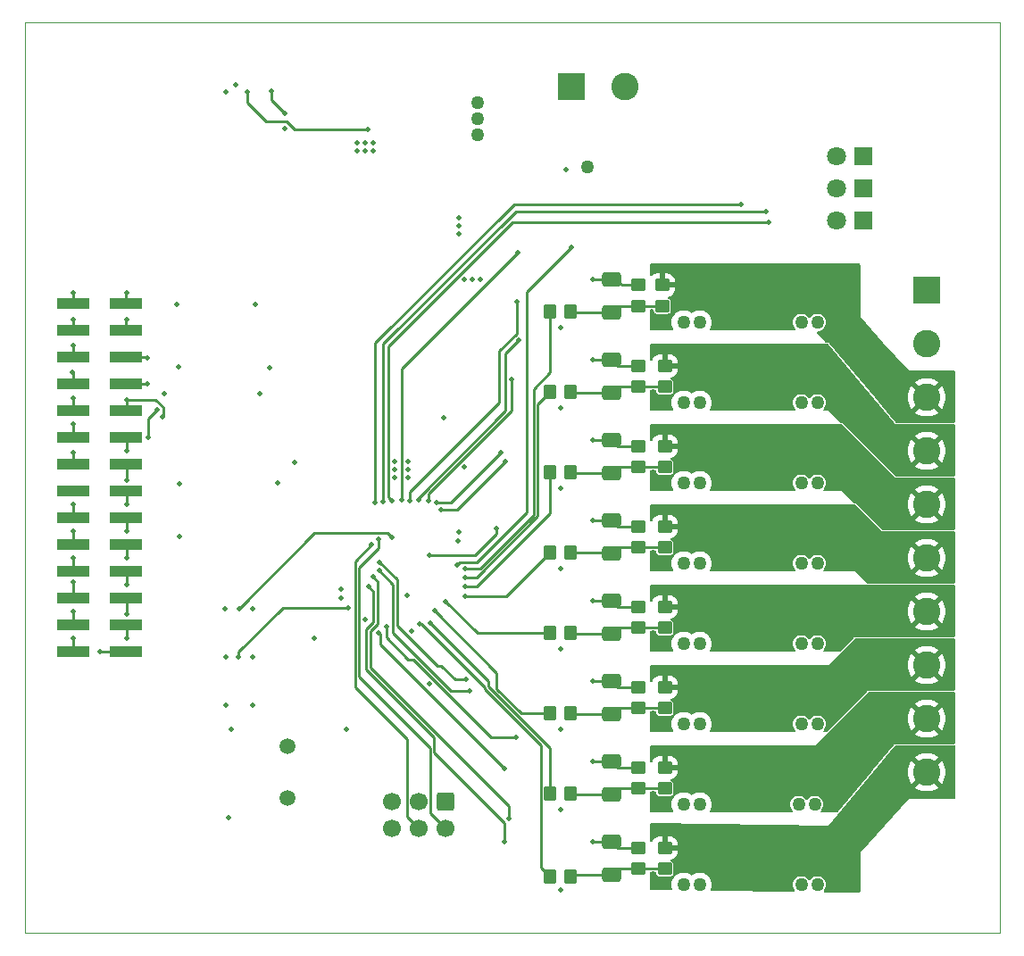
<source format=gbl>
%TF.GenerationSoftware,KiCad,Pcbnew,8.0.0*%
%TF.CreationDate,2024-05-10T19:48:46+02:00*%
%TF.ProjectId,plc_io_module,706c635f-696f-45f6-9d6f-64756c652e6b,1.0.0*%
%TF.SameCoordinates,Original*%
%TF.FileFunction,Copper,L4,Bot*%
%TF.FilePolarity,Positive*%
%FSLAX46Y46*%
G04 Gerber Fmt 4.6, Leading zero omitted, Abs format (unit mm)*
G04 Created by KiCad (PCBNEW 8.0.0) date 2024-05-10 19:48:46*
%MOMM*%
%LPD*%
G01*
G04 APERTURE LIST*
G04 Aperture macros list*
%AMRoundRect*
0 Rectangle with rounded corners*
0 $1 Rounding radius*
0 $2 $3 $4 $5 $6 $7 $8 $9 X,Y pos of 4 corners*
0 Add a 4 corners polygon primitive as box body*
4,1,4,$2,$3,$4,$5,$6,$7,$8,$9,$2,$3,0*
0 Add four circle primitives for the rounded corners*
1,1,$1+$1,$2,$3*
1,1,$1+$1,$4,$5*
1,1,$1+$1,$6,$7*
1,1,$1+$1,$8,$9*
0 Add four rect primitives between the rounded corners*
20,1,$1+$1,$2,$3,$4,$5,0*
20,1,$1+$1,$4,$5,$6,$7,0*
20,1,$1+$1,$6,$7,$8,$9,0*
20,1,$1+$1,$8,$9,$2,$3,0*%
G04 Aperture macros list end*
%TA.AperFunction,ComponentPad*%
%ADD10RoundRect,0.250000X-0.600000X0.600000X-0.600000X-0.600000X0.600000X-0.600000X0.600000X0.600000X0*%
%TD*%
%TA.AperFunction,ComponentPad*%
%ADD11C,1.700000*%
%TD*%
%TA.AperFunction,ComponentPad*%
%ADD12R,2.600000X2.600000*%
%TD*%
%TA.AperFunction,ComponentPad*%
%ADD13C,2.600000*%
%TD*%
%TA.AperFunction,ComponentPad*%
%ADD14R,1.800000X1.800000*%
%TD*%
%TA.AperFunction,ComponentPad*%
%ADD15C,1.800000*%
%TD*%
%TA.AperFunction,ComponentPad*%
%ADD16C,1.500000*%
%TD*%
%TA.AperFunction,SMDPad,CuDef*%
%ADD17RoundRect,0.250000X0.650000X-0.412500X0.650000X0.412500X-0.650000X0.412500X-0.650000X-0.412500X0*%
%TD*%
%TA.AperFunction,SMDPad,CuDef*%
%ADD18RoundRect,0.250000X-0.450000X0.350000X-0.450000X-0.350000X0.450000X-0.350000X0.450000X0.350000X0*%
%TD*%
%TA.AperFunction,SMDPad,CuDef*%
%ADD19RoundRect,0.250000X-0.350000X-0.450000X0.350000X-0.450000X0.350000X0.450000X-0.350000X0.450000X0*%
%TD*%
%TA.AperFunction,SMDPad,CuDef*%
%ADD20RoundRect,0.250000X0.450000X-0.350000X0.450000X0.350000X-0.450000X0.350000X-0.450000X-0.350000X0*%
%TD*%
%TA.AperFunction,SMDPad,CuDef*%
%ADD21R,3.150000X1.000000*%
%TD*%
%TA.AperFunction,ViaPad*%
%ADD22C,0.508000*%
%TD*%
%TA.AperFunction,ViaPad*%
%ADD23C,1.270000*%
%TD*%
%TA.AperFunction,Conductor*%
%ADD24C,0.254000*%
%TD*%
%TA.AperFunction,Profile*%
%ADD25C,0.050000*%
%TD*%
G04 APERTURE END LIST*
D10*
%TO.P,J2,1,Pin_1*%
%TO.N,+3.3V*%
X138938000Y-129794000D03*
D11*
%TO.P,J2,2,Pin_2*%
%TO.N,SWDIO*%
X138938000Y-132334000D03*
%TO.P,J2,3,Pin_3*%
%TO.N,NRST*%
X136398000Y-129794000D03*
%TO.P,J2,4,Pin_4*%
%TO.N,SWCLK*%
X136398000Y-132334000D03*
%TO.P,J2,5,Pin_5*%
%TO.N,GND*%
X133858000Y-129794000D03*
%TO.P,J2,6,Pin_6*%
%TO.N,SWO*%
X133858000Y-132334000D03*
%TD*%
D12*
%TO.P,J3,1,Pin_1*%
%TO.N,+24V*%
X150871000Y-61976000D03*
D13*
%TO.P,J3,2,Pin_2*%
%TO.N,GND*%
X155951000Y-61976000D03*
%TD*%
D14*
%TO.P,D2,1,K*%
%TO.N,GND*%
X178567000Y-68580000D03*
D15*
%TO.P,D2,2,A*%
%TO.N,Net-(D2-A)*%
X176027000Y-68580000D03*
%TD*%
D14*
%TO.P,D4,1,K*%
%TO.N,GND*%
X178567000Y-74676000D03*
D15*
%TO.P,D4,2,A*%
%TO.N,Net-(D4-A)*%
X176027000Y-74676000D03*
%TD*%
D16*
%TO.P,Y1,1,1*%
%TO.N,Net-(U3-PF0)*%
X123952000Y-124550000D03*
%TO.P,Y1,2,2*%
%TO.N,Net-(U3-PF1)*%
X123952000Y-129450000D03*
%TD*%
D12*
%TO.P,J4,1,Pin_1*%
%TO.N,+24V*%
X184612000Y-81280000D03*
D13*
%TO.P,J4,2,Pin_2*%
%TO.N,GND*%
X184612000Y-86360000D03*
%TO.P,J4,3,Pin_3*%
%TO.N,DIQ0*%
X184612000Y-91440000D03*
%TO.P,J4,4,Pin_4*%
%TO.N,DIQ1*%
X184612000Y-96520000D03*
%TO.P,J4,5,Pin_5*%
%TO.N,DIQ2*%
X184612000Y-101600000D03*
%TO.P,J4,6,Pin_6*%
%TO.N,DIQ3*%
X184612000Y-106680000D03*
%TO.P,J4,7,Pin_7*%
%TO.N,DIQ4*%
X184612000Y-111760000D03*
%TO.P,J4,8,Pin_8*%
%TO.N,DIQ5*%
X184612000Y-116840000D03*
%TO.P,J4,9,Pin_9*%
%TO.N,DIQ6*%
X184612000Y-121920000D03*
%TO.P,J4,10,Pin_10*%
%TO.N,DIQ7*%
X184612000Y-127000000D03*
%TD*%
D14*
%TO.P,D3,1,K*%
%TO.N,GND*%
X178567000Y-71628000D03*
D15*
%TO.P,D3,2,A*%
%TO.N,Net-(D3-A)*%
X176027000Y-71628000D03*
%TD*%
D17*
%TO.P,C19,1*%
%TO.N,Net-(C19-Pad1)*%
X154686000Y-98590500D03*
%TO.P,C19,2*%
%TO.N,GND*%
X154686000Y-95465500D03*
%TD*%
D18*
%TO.P,R53,1*%
%TO.N,DIQ3*%
X159766000Y-103686500D03*
%TO.P,R53,2*%
%TO.N,Net-(C20-Pad1)*%
X159766000Y-105686500D03*
%TD*%
D17*
%TO.P,C18,1*%
%TO.N,Net-(C18-Pad1)*%
X154686000Y-90970500D03*
%TO.P,C18,2*%
%TO.N,GND*%
X154686000Y-87845500D03*
%TD*%
%TO.P,C24,1*%
%TO.N,Net-(C24-Pad1)*%
X154686000Y-136690500D03*
%TO.P,C24,2*%
%TO.N,GND*%
X154686000Y-133565500D03*
%TD*%
D19*
%TO.P,R66,1*%
%TO.N,DI0_input*%
X148860000Y-83312000D03*
%TO.P,R66,2*%
%TO.N,Net-(C17-Pad1)*%
X150860000Y-83312000D03*
%TD*%
%TO.P,R67,1*%
%TO.N,DI1_input*%
X148860000Y-90932000D03*
%TO.P,R67,2*%
%TO.N,Net-(C18-Pad1)*%
X150860000Y-90932000D03*
%TD*%
D20*
%TO.P,R62,1*%
%TO.N,Net-(C21-Pad1)*%
X157226000Y-113306500D03*
%TO.P,R62,2*%
%TO.N,GND*%
X157226000Y-111306500D03*
%TD*%
D21*
%TO.P,J5,1,Pin_1*%
%TO.N,GND isolated*%
X108697000Y-82550000D03*
%TO.P,J5,2,Pin_2*%
%TO.N,+5V isolated*%
X103647000Y-82550000D03*
%TO.P,J5,3,Pin_3*%
%TO.N,GND isolated*%
X108697000Y-85090000D03*
%TO.P,J5,4,Pin_4*%
%TO.N,+3.3V isolated*%
X103647000Y-85090000D03*
%TO.P,J5,5,Pin_5*%
%TO.N,MISO_I*%
X108697000Y-87630000D03*
%TO.P,J5,6,Pin_6*%
%TO.N,SIG0_I*%
X103647000Y-87630000D03*
%TO.P,J5,7,Pin_7*%
%TO.N,MOSI_I*%
X108697000Y-90170000D03*
%TO.P,J5,8,Pin_8*%
%TO.N,SIG1_I*%
X103647000Y-90170000D03*
%TO.P,J5,9,Pin_9*%
%TO.N,SCK_I*%
X108697000Y-92710000D03*
%TO.P,J5,10,Pin_10*%
%TO.N,SIG2_I*%
X103647000Y-92710000D03*
%TO.P,J5,11,Pin_11*%
%TO.N,CS1_I*%
X108697000Y-95250000D03*
%TO.P,J5,12,Pin_12*%
%TO.N,SIG3_I*%
X103647000Y-95250000D03*
%TO.P,J5,13,Pin_13*%
%TO.N,CS2_I*%
X108697000Y-97790000D03*
%TO.P,J5,14,Pin_14*%
%TO.N,SIG4_I*%
X103647000Y-97790000D03*
%TO.P,J5,15,Pin_15*%
%TO.N,CS3_I*%
X108697000Y-100330000D03*
%TO.P,J5,16,Pin_16*%
%TO.N,unconnected-(J5-Pin_16-Pad16)*%
X103647000Y-100330000D03*
%TO.P,J5,17,Pin_17*%
%TO.N,CS4_I*%
X108697000Y-102870000D03*
%TO.P,J5,18,Pin_18*%
%TO.N,CS15_I*%
X103647000Y-102870000D03*
%TO.P,J5,19,Pin_19*%
%TO.N,CS5_I*%
X108697000Y-105410000D03*
%TO.P,J5,20,Pin_20*%
%TO.N,CS14_I*%
X103647000Y-105410000D03*
%TO.P,J5,21,Pin_21*%
%TO.N,CS6_I*%
X108697000Y-107950000D03*
%TO.P,J5,22,Pin_22*%
%TO.N,CS13_I*%
X103647000Y-107950000D03*
%TO.P,J5,23,Pin_23*%
%TO.N,CS7_I*%
X108697000Y-110490000D03*
%TO.P,J5,24,Pin_24*%
%TO.N,CS12_I*%
X103647000Y-110490000D03*
%TO.P,J5,25,Pin_25*%
%TO.N,CS8_I*%
X108697000Y-113030000D03*
%TO.P,J5,26,Pin_26*%
%TO.N,CS11_I*%
X103647000Y-113030000D03*
%TO.P,J5,27,Pin_27*%
%TO.N,CS9_I*%
X108697000Y-115570000D03*
%TO.P,J5,28,Pin_28*%
%TO.N,CS10_I*%
X103647000Y-115570000D03*
%TD*%
D19*
%TO.P,R73,1*%
%TO.N,DI7_input*%
X148860000Y-136906000D03*
%TO.P,R73,2*%
%TO.N,Net-(C24-Pad1)*%
X150860000Y-136906000D03*
%TD*%
D18*
%TO.P,R51,1*%
%TO.N,DIQ1*%
X159766000Y-88446500D03*
%TO.P,R51,2*%
%TO.N,Net-(C18-Pad1)*%
X159766000Y-90446500D03*
%TD*%
D17*
%TO.P,C21,1*%
%TO.N,Net-(C21-Pad1)*%
X154686000Y-113830500D03*
%TO.P,C21,2*%
%TO.N,GND*%
X154686000Y-110705500D03*
%TD*%
D20*
%TO.P,R60,1*%
%TO.N,Net-(C19-Pad1)*%
X157226000Y-98066500D03*
%TO.P,R60,2*%
%TO.N,GND*%
X157226000Y-96066500D03*
%TD*%
D19*
%TO.P,R72,1*%
%TO.N,DI6_input*%
X148860000Y-129032000D03*
%TO.P,R72,2*%
%TO.N,Net-(C23-Pad1)*%
X150860000Y-129032000D03*
%TD*%
D17*
%TO.P,C22,1*%
%TO.N,Net-(C22-Pad1)*%
X154686000Y-121450500D03*
%TO.P,C22,2*%
%TO.N,GND*%
X154686000Y-118325500D03*
%TD*%
D18*
%TO.P,R50,1*%
%TO.N,DIQ0*%
X159512000Y-80788000D03*
%TO.P,R50,2*%
%TO.N,Net-(C17-Pad1)*%
X159512000Y-82788000D03*
%TD*%
%TO.P,R52,1*%
%TO.N,DIQ2*%
X159766000Y-96066500D03*
%TO.P,R52,2*%
%TO.N,Net-(C19-Pad1)*%
X159766000Y-98066500D03*
%TD*%
%TO.P,R54,1*%
%TO.N,DIQ4*%
X159766000Y-111306500D03*
%TO.P,R54,2*%
%TO.N,Net-(C21-Pad1)*%
X159766000Y-113306500D03*
%TD*%
%TO.P,R55,1*%
%TO.N,DIQ5*%
X159766000Y-118926500D03*
%TO.P,R55,2*%
%TO.N,Net-(C22-Pad1)*%
X159766000Y-120926500D03*
%TD*%
D19*
%TO.P,R68,1*%
%TO.N,DI2_input*%
X148860000Y-98552000D03*
%TO.P,R68,2*%
%TO.N,Net-(C19-Pad1)*%
X150860000Y-98552000D03*
%TD*%
D20*
%TO.P,R63,1*%
%TO.N,Net-(C22-Pad1)*%
X157226000Y-120926500D03*
%TO.P,R63,2*%
%TO.N,GND*%
X157226000Y-118926500D03*
%TD*%
D17*
%TO.P,C23,1*%
%TO.N,Net-(C23-Pad1)*%
X154686000Y-129070500D03*
%TO.P,C23,2*%
%TO.N,GND*%
X154686000Y-125945500D03*
%TD*%
D20*
%TO.P,R64,1*%
%TO.N,Net-(C23-Pad1)*%
X157226000Y-128546500D03*
%TO.P,R64,2*%
%TO.N,GND*%
X157226000Y-126546500D03*
%TD*%
D19*
%TO.P,R70,1*%
%TO.N,DI4_input*%
X148860000Y-113792000D03*
%TO.P,R70,2*%
%TO.N,Net-(C21-Pad1)*%
X150860000Y-113792000D03*
%TD*%
D18*
%TO.P,R57,1*%
%TO.N,DIQ7*%
X159766000Y-134166500D03*
%TO.P,R57,2*%
%TO.N,Net-(C24-Pad1)*%
X159766000Y-136166500D03*
%TD*%
D19*
%TO.P,R69,1*%
%TO.N,DI3_input*%
X148860000Y-106172000D03*
%TO.P,R69,2*%
%TO.N,Net-(C20-Pad1)*%
X150860000Y-106172000D03*
%TD*%
D20*
%TO.P,R58,1*%
%TO.N,Net-(C17-Pad1)*%
X157226000Y-82788000D03*
%TO.P,R58,2*%
%TO.N,GND*%
X157226000Y-80788000D03*
%TD*%
%TO.P,R65,1*%
%TO.N,Net-(C24-Pad1)*%
X157226000Y-136166500D03*
%TO.P,R65,2*%
%TO.N,GND*%
X157226000Y-134166500D03*
%TD*%
%TO.P,R59,1*%
%TO.N,Net-(C18-Pad1)*%
X157226000Y-90446500D03*
%TO.P,R59,2*%
%TO.N,GND*%
X157226000Y-88446500D03*
%TD*%
D18*
%TO.P,R56,1*%
%TO.N,DIQ6*%
X159766000Y-126546500D03*
%TO.P,R56,2*%
%TO.N,Net-(C23-Pad1)*%
X159766000Y-128546500D03*
%TD*%
D20*
%TO.P,R61,1*%
%TO.N,Net-(C20-Pad1)*%
X157226000Y-105686500D03*
%TO.P,R61,2*%
%TO.N,GND*%
X157226000Y-103686500D03*
%TD*%
D19*
%TO.P,R71,1*%
%TO.N,DI5_input*%
X148860000Y-121412000D03*
%TO.P,R71,2*%
%TO.N,Net-(C22-Pad1)*%
X150860000Y-121412000D03*
%TD*%
D17*
%TO.P,C17,1*%
%TO.N,Net-(C17-Pad1)*%
X154686000Y-83350500D03*
%TO.P,C17,2*%
%TO.N,GND*%
X154686000Y-80225500D03*
%TD*%
%TO.P,C20,1*%
%TO.N,Net-(C20-Pad1)*%
X154686000Y-106210500D03*
%TO.P,C20,2*%
%TO.N,GND*%
X154686000Y-103085500D03*
%TD*%
D22*
%TO.N,GND*%
X152908000Y-95504000D03*
X131318000Y-68072000D03*
X130556000Y-67310000D03*
X149860000Y-122936000D03*
X149860000Y-84836000D03*
D23*
X172720000Y-137668000D03*
X174244000Y-107188000D03*
D22*
X152908000Y-103124000D03*
X152908000Y-110744000D03*
D23*
X174244000Y-137668000D03*
D22*
X132080000Y-68072000D03*
X137414000Y-118618000D03*
X152908000Y-125984000D03*
X129032000Y-109651997D03*
X123037600Y-99517200D03*
X152908000Y-133604000D03*
X123698000Y-65913000D03*
D23*
X174244000Y-84328000D03*
D22*
X152908000Y-80264000D03*
D23*
X174244000Y-91948000D03*
D22*
X135407200Y-98298000D03*
X152908000Y-118364000D03*
X150368000Y-69850000D03*
D23*
X172720000Y-107188000D03*
D22*
X141478000Y-80264000D03*
D23*
X172720000Y-114808000D03*
D22*
X149860000Y-115316000D03*
X149860000Y-107696000D03*
D23*
X174244000Y-114808000D03*
D22*
X134112000Y-97536000D03*
X132080000Y-67310000D03*
D23*
X174244000Y-122428000D03*
D22*
X118110000Y-120650000D03*
D23*
X172466000Y-130048000D03*
X173990000Y-130048000D03*
D22*
X121335804Y-91059000D03*
X149860000Y-100076000D03*
X140208000Y-74422000D03*
X140120695Y-105031487D03*
D23*
X172720000Y-84328000D03*
D22*
X140208000Y-75946000D03*
X135289272Y-110229966D03*
X118618000Y-122936000D03*
X118110000Y-116078000D03*
X138818454Y-93352454D03*
X134112000Y-98298000D03*
X130556000Y-68072000D03*
D23*
X172720000Y-91948000D03*
D22*
X135407200Y-97536000D03*
X131318000Y-67310000D03*
X140208000Y-75184000D03*
X118079989Y-111475995D03*
X118364000Y-131318000D03*
D23*
X172720000Y-99568000D03*
D22*
X140716000Y-80264000D03*
X149860000Y-130556000D03*
X149860000Y-92456000D03*
X149860000Y-138176000D03*
X119049800Y-61823600D03*
D23*
X174244000Y-99568000D03*
D22*
X126492000Y-114300000D03*
X135407200Y-99060000D03*
X118109986Y-62484000D03*
X134112000Y-99060000D03*
X120954800Y-82651600D03*
X152908000Y-87884000D03*
D23*
X172720000Y-122428000D03*
D22*
X142240000Y-80264000D03*
%TO.N,SCK_I*%
X112115600Y-93294200D03*
X108712000Y-91668600D03*
%TO.N,CS5_I*%
X108712000Y-106680000D03*
%TO.N,+5V isolated*%
X103657400Y-81483200D03*
%TO.N,MOSI_I*%
X110667800Y-90170000D03*
%TO.N,+3.3V isolated*%
X113715800Y-104673400D03*
X103632000Y-84023200D03*
X113690400Y-88569800D03*
%TO.N,CS4_I*%
X108712000Y-104140000D03*
%TO.N,CS13_I*%
X103632000Y-106680000D03*
%TO.N,CS2_I*%
X108712000Y-99314000D03*
%TO.N,MISO_I*%
X110693200Y-87706200D03*
%TO.N,SIG1_I*%
X103606600Y-89052400D03*
%TO.N,SIG3_I*%
X103632000Y-93929200D03*
%TO.N,CS3_I*%
X108712000Y-101600000D03*
%TO.N,CS6_I*%
X108712000Y-109220000D03*
%TO.N,CS7_I*%
X108712000Y-112014000D03*
%TO.N,CS0_I*%
X110794800Y-95275400D03*
X111618000Y-92623753D03*
%TO.N,CS9_I*%
X106172000Y-115570000D03*
%TO.N,GND isolated*%
X113715800Y-99618800D03*
X108712000Y-81559400D03*
X112318800Y-91059000D03*
X113461800Y-82651600D03*
X108737406Y-84074000D03*
%TO.N,CS10_I*%
X103632000Y-114300000D03*
%TO.N,CS8_I*%
X108712000Y-114300000D03*
%TO.N,CS1_I*%
X108712000Y-96520000D03*
%TO.N,CS14_I*%
X103632000Y-104140000D03*
%TO.N,CS15_I*%
X103632000Y-101600000D03*
%TO.N,CS11_I*%
X103632000Y-111760000D03*
%TO.N,CS12_I*%
X103632000Y-108966000D03*
%TO.N,+3.3V*%
X140234400Y-104201234D03*
X129540000Y-122936000D03*
X122275600Y-88620600D03*
X140716000Y-98044016D03*
X120650000Y-120650000D03*
X120679999Y-111476001D03*
X120650000Y-116078000D03*
X135765000Y-113637061D03*
X124663200Y-97637600D03*
X131343400Y-112471200D03*
X129032000Y-110489984D03*
D23*
%TO.N,+24V*%
X161544000Y-91948000D03*
X161544000Y-99568000D03*
X161544000Y-130048000D03*
X163068000Y-130048000D03*
X163068000Y-99568000D03*
X163068000Y-107188000D03*
X163068000Y-114808000D03*
X163068000Y-122428000D03*
X161544000Y-137668000D03*
X163068000Y-91948000D03*
X152400000Y-69596000D03*
X161544000Y-114808000D03*
X161544000Y-84328000D03*
X141986000Y-63500000D03*
X163068000Y-84328000D03*
X141986000Y-65024000D03*
X161544000Y-122428000D03*
X141986000Y-66548000D03*
X163068000Y-137668000D03*
X161544000Y-107188000D03*
%TO.N,DIQ0*%
X172974000Y-81788000D03*
X163322000Y-81788000D03*
X174498000Y-81788000D03*
X161798000Y-81788000D03*
X161798000Y-80264000D03*
X172974000Y-80264000D03*
X163322000Y-80264000D03*
X174498000Y-80264000D03*
%TO.N,DIQ1*%
X172977187Y-89365718D03*
X172974000Y-87884000D03*
X161801187Y-89365718D03*
X174498000Y-89408000D03*
X163322000Y-89408000D03*
X163322000Y-87884000D03*
X174498000Y-87884000D03*
X161798000Y-87884000D03*
%TO.N,DIQ5*%
X174498000Y-118364000D03*
X161798000Y-119888000D03*
X172974000Y-118364000D03*
X172974000Y-119888000D03*
X163322000Y-118364000D03*
X161798000Y-118364000D03*
X174498000Y-119888000D03*
X163322000Y-119888000D03*
%TO.N,DIQ4*%
X172974000Y-112268000D03*
X163322000Y-110744000D03*
X163322000Y-112268000D03*
X172974000Y-110744000D03*
X174498000Y-112268000D03*
X161798000Y-112268000D03*
X174498000Y-110744000D03*
X161798000Y-110744000D03*
%TO.N,DIQ2*%
X174498000Y-97028000D03*
X172974000Y-97028000D03*
X163322000Y-95504000D03*
X174498000Y-95504000D03*
X172974000Y-95504000D03*
X161798000Y-95504000D03*
X163322000Y-97028000D03*
X161798000Y-97028000D03*
%TO.N,DIQ3*%
X161798000Y-104648000D03*
X174498000Y-104648000D03*
X172974000Y-103124000D03*
X172974000Y-104648000D03*
X174498000Y-103124000D03*
X163322000Y-104648000D03*
X163322000Y-103124000D03*
X161798000Y-103124000D03*
%TO.N,DIQ7*%
X161798000Y-135128000D03*
X172974000Y-135128000D03*
X172974000Y-133604000D03*
X163322000Y-133604000D03*
X174498000Y-135128000D03*
X163322000Y-135128000D03*
X174498000Y-133604000D03*
X161798000Y-133604000D03*
%TO.N,DIQ6*%
X161798000Y-127508000D03*
X172974000Y-125984000D03*
X172974000Y-127508000D03*
X174498000Y-125984000D03*
X163322000Y-125984000D03*
X163322000Y-127508000D03*
X174498000Y-127508000D03*
X161798000Y-125984000D03*
D22*
%TO.N,SWDIO*%
X132642949Y-104886834D03*
%TO.N,SWCLK*%
X131971219Y-105387860D03*
%TO.N,DI4_input*%
X138988800Y-110794800D03*
%TO.N,DQ2_High*%
X144627600Y-97510600D03*
X138557000Y-102082600D03*
%TO.N,DI7_input*%
X136499600Y-112928400D03*
%TO.N,DQ0_Low*%
X145796004Y-77724000D03*
X134797806Y-101168200D03*
%TO.N,DQ1_Low*%
X145941807Y-86000499D03*
X136393506Y-101136210D03*
%TO.N,DI3_input*%
X140817598Y-110342351D03*
%TO.N,DQ7_Low*%
X132080000Y-108483400D03*
X145008592Y-131394200D03*
%TO.N,DI6_input*%
X137515600Y-112852202D03*
%TO.N,DQ0_High*%
X145719800Y-82397600D03*
X135559603Y-101219000D03*
%TO.N,DQ7_High*%
X131658747Y-109403000D03*
X144576800Y-133553200D03*
%TO.N,DI5_input*%
X137922000Y-111658400D03*
%TO.N,DI0_input*%
X140821091Y-107648011D03*
%TO.N,DI1_input*%
X140806495Y-108485887D03*
%TO.N,DQ5_Low*%
X140893800Y-118211600D03*
X132664200Y-107061000D03*
%TO.N,DQ5_High*%
X132689600Y-107873800D03*
X141249402Y-119278400D03*
%TO.N,LED_ORANGE*%
X133070600Y-101295200D03*
X169392600Y-73787000D03*
%TO.N,LED_RED*%
X133883400Y-101269800D03*
X169621200Y-74853800D03*
%TO.N,DQ6_High*%
X132659103Y-113781525D03*
X144526000Y-126619000D03*
%TO.N,DI2_input*%
X140817600Y-109347000D03*
%TO.N,DQ2_Low*%
X144246600Y-96672400D03*
X138150600Y-101447600D03*
%TO.N,V_SENSE*%
X150875994Y-77216000D03*
X140106400Y-107315000D03*
%TO.N,DQ1_High*%
X145237200Y-89712800D03*
X137388600Y-101219000D03*
%TO.N,LED_GREEN*%
X132308600Y-101396800D03*
X167005000Y-73101200D03*
%TO.N,DQ6_Low*%
X145643600Y-123647200D03*
X133400800Y-113182400D03*
%TO.N,DQ3_High*%
X137414000Y-106426000D03*
X143764000Y-103886000D03*
%TO.N,Net-(U2-TC)*%
X122453400Y-62382400D03*
X123698000Y-64490997D03*
%TO.N,SIG2_I*%
X103632000Y-91516200D03*
%TO.N,SIG0_I*%
X103657400Y-86487000D03*
%TO.N,CONFIG_0*%
X133858000Y-104698800D03*
X119380000Y-111455154D03*
%TO.N,CONFIG_1*%
X119354600Y-116078000D03*
X129768600Y-111378998D03*
%TO.N,Net-(U2-Vfb)*%
X131571982Y-66040000D03*
X120141996Y-62484000D03*
%TO.N,SIG4_I*%
X103657400Y-96647000D03*
%TD*%
D24*
%TO.N,GND*%
X157226000Y-134166500D02*
X155287000Y-134166500D01*
X155287000Y-126546500D02*
X154686000Y-125945500D01*
X157226000Y-118926500D02*
X155287000Y-118926500D01*
X154686000Y-118325500D02*
X152946500Y-118325500D01*
X155287000Y-134166500D02*
X154686000Y-133565500D01*
X152946500Y-87845500D02*
X152908000Y-87884000D01*
X154686000Y-110705500D02*
X152946500Y-110705500D01*
X154686000Y-133565500D02*
X152946500Y-133565500D01*
X154686000Y-125945500D02*
X152946500Y-125945500D01*
X155287000Y-111306500D02*
X154686000Y-110705500D01*
X155287000Y-118926500D02*
X154686000Y-118325500D01*
X154686000Y-80225500D02*
X155155500Y-80225500D01*
X157226000Y-126546500D02*
X155287000Y-126546500D01*
X152946500Y-110705500D02*
X152908000Y-110744000D01*
X152946500Y-133565500D02*
X152908000Y-133604000D01*
X155287000Y-103686500D02*
X154686000Y-103085500D01*
X157226000Y-103686500D02*
X155287000Y-103686500D01*
X152946500Y-95465500D02*
X152908000Y-95504000D01*
X154686000Y-87845500D02*
X152946500Y-87845500D01*
X152946500Y-80225500D02*
X152908000Y-80264000D01*
X157226000Y-111306500D02*
X155287000Y-111306500D01*
X152946500Y-103085500D02*
X152908000Y-103124000D01*
X152946500Y-125945500D02*
X152908000Y-125984000D01*
X152946500Y-118325500D02*
X152908000Y-118364000D01*
X155287000Y-96066500D02*
X154686000Y-95465500D01*
X154686000Y-103085500D02*
X152946500Y-103085500D01*
X157226000Y-96066500D02*
X155287000Y-96066500D01*
X154686000Y-95465500D02*
X152946500Y-95465500D01*
X155718000Y-80788000D02*
X157226000Y-80788000D01*
X154686000Y-80225500D02*
X152946500Y-80225500D01*
X155287000Y-88446500D02*
X154686000Y-87845500D01*
X157226000Y-88446500D02*
X155287000Y-88446500D01*
X155155500Y-80225500D02*
X155718000Y-80788000D01*
%TO.N,SCK_I*%
X108712000Y-91668600D02*
X108712000Y-92695000D01*
X111488748Y-91668600D02*
X112202000Y-92381852D01*
X112202000Y-93207800D02*
X112115600Y-93294200D01*
X112202000Y-92381852D02*
X112202000Y-93207800D01*
X108712000Y-92695000D02*
X108697000Y-92710000D01*
X108712000Y-91668600D02*
X111488748Y-91668600D01*
%TO.N,CS5_I*%
X108712000Y-105425000D02*
X108697000Y-105410000D01*
X108712000Y-106680000D02*
X108712000Y-105425000D01*
%TO.N,+5V isolated*%
X103647000Y-81493600D02*
X103657400Y-81483200D01*
X103647000Y-82550000D02*
X103647000Y-81493600D01*
%TO.N,MOSI_I*%
X108697000Y-90170000D02*
X110667800Y-90170000D01*
%TO.N,+3.3V isolated*%
X103647000Y-85090000D02*
X103647000Y-84038200D01*
X103647000Y-84038200D02*
X103632000Y-84023200D01*
%TO.N,CS4_I*%
X108712000Y-102885000D02*
X108697000Y-102870000D01*
X108712000Y-104140000D02*
X108712000Y-102885000D01*
%TO.N,CS13_I*%
X103632000Y-107935000D02*
X103647000Y-107950000D01*
X103632000Y-106680000D02*
X103632000Y-107935000D01*
%TO.N,CS2_I*%
X108712000Y-99314000D02*
X108712000Y-97805000D01*
X108712000Y-97805000D02*
X108697000Y-97790000D01*
%TO.N,MISO_I*%
X108697000Y-87630000D02*
X110617000Y-87630000D01*
X110617000Y-87630000D02*
X110693200Y-87706200D01*
%TO.N,SIG1_I*%
X103647000Y-90170000D02*
X103647000Y-89092800D01*
X103647000Y-89092800D02*
X103606600Y-89052400D01*
%TO.N,SIG3_I*%
X103647000Y-95250000D02*
X103647000Y-93944200D01*
X103647000Y-93944200D02*
X103632000Y-93929200D01*
%TO.N,CS3_I*%
X108712000Y-101600000D02*
X108712000Y-100345000D01*
X108712000Y-100345000D02*
X108697000Y-100330000D01*
%TO.N,CS6_I*%
X108712000Y-107965000D02*
X108697000Y-107950000D01*
X108712000Y-109220000D02*
X108712000Y-107965000D01*
%TO.N,CS7_I*%
X108712000Y-112014000D02*
X108712000Y-110505000D01*
X108712000Y-110505000D02*
X108697000Y-110490000D01*
%TO.N,CS0_I*%
X111618000Y-92623753D02*
X110794800Y-93446953D01*
X110794800Y-93446953D02*
X110794800Y-95275400D01*
%TO.N,CS9_I*%
X106172000Y-115570000D02*
X108697000Y-115570000D01*
%TO.N,GND isolated*%
X108697000Y-85090000D02*
X108697000Y-84114406D01*
X108697000Y-84114406D02*
X108737406Y-84074000D01*
X108697000Y-81574400D02*
X108712000Y-81559400D01*
X108697000Y-82550000D02*
X108697000Y-81574400D01*
%TO.N,CS10_I*%
X103632000Y-115555000D02*
X103647000Y-115570000D01*
X103632000Y-114300000D02*
X103632000Y-115555000D01*
%TO.N,CS8_I*%
X108712000Y-113045000D02*
X108697000Y-113030000D01*
X108712000Y-114300000D02*
X108712000Y-113045000D01*
%TO.N,CS1_I*%
X108712000Y-95265000D02*
X108697000Y-95250000D01*
X108712000Y-96520000D02*
X108712000Y-95265000D01*
%TO.N,CS14_I*%
X103632000Y-104140000D02*
X103632000Y-105395000D01*
X103632000Y-105395000D02*
X103647000Y-105410000D01*
%TO.N,CS15_I*%
X103632000Y-102855000D02*
X103647000Y-102870000D01*
X103632000Y-101600000D02*
X103632000Y-102855000D01*
%TO.N,CS11_I*%
X103632000Y-111760000D02*
X103632000Y-113015000D01*
X103632000Y-113015000D02*
X103647000Y-113030000D01*
%TO.N,CS12_I*%
X103632000Y-110475000D02*
X103647000Y-110490000D01*
X103632000Y-108966000D02*
X103632000Y-110475000D01*
%TO.N,SWDIO*%
X137502000Y-124700400D02*
X130759400Y-117957800D01*
X138938000Y-132334000D02*
X137502000Y-130898000D01*
X130759400Y-107605185D02*
X132642949Y-105721636D01*
X137502000Y-130898000D02*
X137502000Y-124700400D01*
X132642949Y-105721636D02*
X132642949Y-104886834D01*
X130759400Y-117957800D02*
X130759400Y-107605185D01*
%TO.N,SWCLK*%
X130378400Y-106980679D02*
X131971219Y-105387860D01*
X135294000Y-123869416D02*
X130378400Y-118953816D01*
X136398000Y-132334000D02*
X135294000Y-131230000D01*
X135294000Y-131230000D02*
X135294000Y-123869416D01*
X130378400Y-118953816D02*
X130378400Y-106980679D01*
%TO.N,DI4_input*%
X148860000Y-113792000D02*
X141986000Y-113792000D01*
X141986000Y-113792000D02*
X138988800Y-110794800D01*
%TO.N,DQ2_High*%
X140055600Y-102082600D02*
X138557000Y-102082600D01*
X144627600Y-97510600D02*
X140055600Y-102082600D01*
%TO.N,DI7_input*%
X142671600Y-118907694D02*
X136692306Y-112928400D01*
X148006000Y-136052000D02*
X148006000Y-124434800D01*
X136692306Y-112928400D02*
X136499600Y-112928400D01*
X142671600Y-119100400D02*
X142671600Y-118907694D01*
X148860000Y-136906000D02*
X148006000Y-136052000D01*
X148006000Y-124434800D02*
X142671600Y-119100400D01*
%TO.N,DQ0_Low*%
X134797806Y-88722194D02*
X145796000Y-77724000D01*
X134797806Y-101168200D02*
X134797806Y-88722194D01*
X145796000Y-77724000D02*
X145796004Y-77724000D01*
%TO.N,DQ1_Low*%
X136393506Y-100967996D02*
X136393506Y-101136210D01*
X144653200Y-92708302D02*
X136393506Y-100967996D01*
X145941807Y-86000499D02*
X144653200Y-87289106D01*
X144653200Y-87289106D02*
X144653200Y-92708302D01*
%TO.N,DI3_input*%
X144689649Y-110342351D02*
X140817598Y-110342351D01*
X148860000Y-106172000D02*
X144689649Y-110342351D01*
%TO.N,DQ7_Low*%
X132511600Y-108915000D02*
X132511600Y-112923522D01*
X132080000Y-108483400D02*
X132511600Y-108915000D01*
X132511600Y-112923522D02*
X131851400Y-113583722D01*
X145008592Y-130240360D02*
X145008592Y-131394200D01*
X131851400Y-117083168D02*
X145008592Y-130240360D01*
X131851400Y-113583722D02*
X131851400Y-117083168D01*
%TO.N,DI6_input*%
X143052600Y-118389202D02*
X137515600Y-112852202D01*
X143052600Y-118866721D02*
X143052600Y-118389202D01*
X148860000Y-129032000D02*
X148860000Y-124674121D01*
X148860000Y-124674121D02*
X143052600Y-118866721D01*
%TO.N,DQ0_High*%
X144056100Y-91935300D02*
X135559603Y-100431797D01*
X145719800Y-82397600D02*
X145719800Y-85396605D01*
X135559603Y-100431797D02*
X135559603Y-101219000D01*
X145719800Y-85396605D02*
X144056100Y-87060305D01*
X144056100Y-87060305D02*
X144056100Y-91935300D01*
%TO.N,DQ7_High*%
X132130600Y-109874853D02*
X132130600Y-112765706D01*
X131470400Y-113425906D02*
X131470400Y-117240985D01*
X132130600Y-112765706D02*
X131470400Y-113425906D01*
X137883000Y-123653585D02*
X137883000Y-125101384D01*
X137883000Y-125101384D02*
X144576800Y-131795184D01*
X144576800Y-131795184D02*
X144576800Y-133553200D01*
X131658747Y-109403000D02*
X132130600Y-109874853D01*
X131470400Y-117240985D02*
X137883000Y-123653585D01*
%TO.N,DI5_input*%
X148860000Y-121412000D02*
X146136694Y-121412000D01*
X146136694Y-121412000D02*
X143815000Y-119090306D01*
X143815000Y-117551400D02*
X137922000Y-111658400D01*
X143815000Y-119090306D02*
X143815000Y-117551400D01*
%TO.N,DI0_input*%
X148860000Y-89087200D02*
X147320000Y-90627200D01*
X147320000Y-102566106D02*
X142238095Y-107648011D01*
X147320000Y-90627200D02*
X147320000Y-102566106D01*
X142238095Y-107648011D02*
X140821091Y-107648011D01*
X148860000Y-83312000D02*
X148860000Y-89087200D01*
%TO.N,DI1_input*%
X147701000Y-102723922D02*
X141939035Y-108485887D01*
X141939035Y-108485887D02*
X140806495Y-108485887D01*
X147701000Y-92091000D02*
X147701000Y-102723922D01*
X148860000Y-90932000D02*
X147701000Y-92091000D01*
%TO.N,DQ5_Low*%
X139877800Y-118211600D02*
X138557000Y-116890800D01*
X132715000Y-107061000D02*
X132664200Y-107061000D01*
X140893800Y-118211600D02*
X139877800Y-118211600D01*
X138192838Y-116890800D02*
X134365800Y-113063762D01*
X134365800Y-113063762D02*
X134365800Y-108711800D01*
X138557000Y-116890800D02*
X138192838Y-116890800D01*
X134365800Y-108711800D02*
X132715000Y-107061000D01*
%TO.N,DQ5_High*%
X133984800Y-113797215D02*
X139465985Y-119278400D01*
X133984800Y-109169000D02*
X133984800Y-113797215D01*
X139465985Y-119278400D02*
X141249402Y-119278400D01*
X132689600Y-107873800D02*
X133984800Y-109169000D01*
%TO.N,LED_ORANGE*%
X133070600Y-86334600D02*
X145618200Y-73787000D01*
X133070600Y-86334600D02*
X133070600Y-101295200D01*
X169392600Y-73787000D02*
X145618200Y-73787000D01*
%TO.N,LED_RED*%
X133883400Y-101269800D02*
X133528000Y-100914400D01*
X133528000Y-86626099D02*
X145300299Y-74853800D01*
X133528000Y-100914400D02*
X133528000Y-86626099D01*
X145300299Y-74853800D02*
X169621200Y-74853800D01*
%TO.N,DQ6_High*%
X132765800Y-113888222D02*
X132659103Y-113781525D01*
X144526000Y-126619000D02*
X132765800Y-114858800D01*
X132765800Y-114858800D02*
X132765800Y-113888222D01*
%TO.N,DI2_input*%
X148860000Y-98552000D02*
X148860000Y-102447600D01*
X141960600Y-109347000D02*
X140817600Y-109347000D01*
X148860000Y-102447600D02*
X141960600Y-109347000D01*
%TO.N,DQ2_Low*%
X139471400Y-101447600D02*
X138150600Y-101447600D01*
X144246600Y-96672400D02*
X139471400Y-101447600D01*
%TO.N,V_SENSE*%
X146685000Y-81406994D02*
X150875994Y-77216000D01*
X146685000Y-102311200D02*
X146685000Y-81406994D01*
X140357389Y-107064011D02*
X141932189Y-107064011D01*
X141932189Y-107064011D02*
X146685000Y-102311200D01*
X140106400Y-107315000D02*
X140357389Y-107064011D01*
%TO.N,DQ1_High*%
X145237200Y-89712800D02*
X145237200Y-92695926D01*
X137388600Y-100544526D02*
X137388600Y-101219000D01*
X145237200Y-92695926D02*
X137388600Y-100544526D01*
%TO.N,LED_GREEN*%
X132308600Y-101396800D02*
X132308600Y-86283800D01*
X145491200Y-73101200D02*
X167005000Y-73101200D01*
X132308600Y-86283800D02*
X145491200Y-73101200D01*
%TO.N,DQ6_Low*%
X133400800Y-114234630D02*
X133400800Y-113182400D01*
X135915400Y-116281200D02*
X135447370Y-116281200D01*
X135447370Y-116281200D02*
X133400800Y-114234630D01*
X145643600Y-123647200D02*
X143281400Y-123647200D01*
X143281400Y-123647200D02*
X135915400Y-116281200D01*
%TO.N,DQ3_High*%
X137414000Y-106426000D02*
X141732000Y-106426000D01*
X143764000Y-104394000D02*
X143764000Y-103886000D01*
X141732000Y-106426000D02*
X143764000Y-104394000D01*
%TO.N,Net-(U2-TC)*%
X123698000Y-64490997D02*
X122428000Y-63220997D01*
X122428000Y-63220997D02*
X122428000Y-62407800D01*
X122428000Y-62407800D02*
X122453400Y-62382400D01*
%TO.N,SIG2_I*%
X103647000Y-91531200D02*
X103632000Y-91516200D01*
X103647000Y-92710000D02*
X103647000Y-91531200D01*
%TO.N,SIG0_I*%
X103647000Y-87630000D02*
X103647000Y-86497400D01*
X103647000Y-86497400D02*
X103657400Y-86487000D01*
%TO.N,CONFIG_0*%
X133858000Y-104698800D02*
X133462034Y-104302834D01*
X133462034Y-104302834D02*
X126532320Y-104302834D01*
X126532320Y-104302834D02*
X119380000Y-111455154D01*
%TO.N,CONFIG_1*%
X123545602Y-111378998D02*
X119354600Y-115570000D01*
X119354600Y-115570000D02*
X119354600Y-116078000D01*
X129768600Y-111378998D02*
X123545602Y-111378998D01*
%TO.N,Net-(C17-Pad1)*%
X154686000Y-83350500D02*
X150898500Y-83350500D01*
X159512000Y-82788000D02*
X157226000Y-82788000D01*
X155248500Y-82788000D02*
X154686000Y-83350500D01*
X150898500Y-83350500D02*
X150860000Y-83312000D01*
X157226000Y-82788000D02*
X155248500Y-82788000D01*
%TO.N,Net-(C18-Pad1)*%
X155210000Y-90446500D02*
X154686000Y-90970500D01*
X150898500Y-90970500D02*
X150860000Y-90932000D01*
X157226000Y-90446500D02*
X155210000Y-90446500D01*
X154686000Y-90970500D02*
X150898500Y-90970500D01*
X159766000Y-90446500D02*
X157226000Y-90446500D01*
%TO.N,Net-(C19-Pad1)*%
X159766000Y-98066500D02*
X157226000Y-98066500D01*
X157226000Y-98066500D02*
X155210000Y-98066500D01*
X155210000Y-98066500D02*
X154686000Y-98590500D01*
X150898500Y-98590500D02*
X150860000Y-98552000D01*
X154686000Y-98590500D02*
X150898500Y-98590500D01*
%TO.N,Net-(C20-Pad1)*%
X154647500Y-106210500D02*
X154609000Y-106172000D01*
X154609000Y-106172000D02*
X150860000Y-106172000D01*
X155210000Y-105686500D02*
X154686000Y-106210500D01*
X157226000Y-105686500D02*
X155210000Y-105686500D01*
X154686000Y-106210500D02*
X154647500Y-106210500D01*
X159766000Y-105686500D02*
X157226000Y-105686500D01*
%TO.N,Net-(C21-Pad1)*%
X155210000Y-113306500D02*
X154686000Y-113830500D01*
X154686000Y-113830500D02*
X150898500Y-113830500D01*
X150898500Y-113830500D02*
X150860000Y-113792000D01*
X159766000Y-113306500D02*
X157226000Y-113306500D01*
X157226000Y-113306500D02*
X155210000Y-113306500D01*
%TO.N,Net-(C22-Pad1)*%
X159766000Y-120926500D02*
X157226000Y-120926500D01*
X157226000Y-120926500D02*
X155210000Y-120926500D01*
X155210000Y-120926500D02*
X154686000Y-121450500D01*
X154686000Y-121450500D02*
X150898500Y-121450500D01*
X150898500Y-121450500D02*
X150860000Y-121412000D01*
%TO.N,Net-(C23-Pad1)*%
X157226000Y-128546500D02*
X155210000Y-128546500D01*
X159766000Y-128546500D02*
X157226000Y-128546500D01*
X150898500Y-129070500D02*
X150860000Y-129032000D01*
X155210000Y-128546500D02*
X154686000Y-129070500D01*
X154686000Y-129070500D02*
X150898500Y-129070500D01*
%TO.N,Net-(C24-Pad1)*%
X154686000Y-136690500D02*
X151075500Y-136690500D01*
X155210000Y-136166500D02*
X154686000Y-136690500D01*
X157226000Y-136166500D02*
X155210000Y-136166500D01*
X151075500Y-136690500D02*
X150860000Y-136906000D01*
X159766000Y-136166500D02*
X157226000Y-136166500D01*
%TO.N,Net-(U2-Vfb)*%
X123941506Y-65278000D02*
X121930494Y-65278000D01*
X124703506Y-66040000D02*
X123941506Y-65278000D01*
X131571982Y-66040000D02*
X124703506Y-66040000D01*
X120141996Y-63489502D02*
X120141996Y-62484000D01*
X121930494Y-65278000D02*
X120141996Y-63489502D01*
%TO.N,SIG4_I*%
X103647000Y-96657400D02*
X103657400Y-96647000D01*
X103647000Y-97790000D02*
X103647000Y-96657400D01*
%TD*%
%TA.AperFunction,Conductor*%
%TO.N,DIQ5*%
G36*
X187268039Y-114319685D02*
G01*
X187313794Y-114372489D01*
X187325000Y-114424000D01*
X187325000Y-119123500D01*
X187305315Y-119190539D01*
X187252511Y-119236294D01*
X187201000Y-119247500D01*
X179121362Y-119247500D01*
X179112863Y-119247955D01*
X179107191Y-119248259D01*
X179080849Y-119251091D01*
X179080829Y-119251095D01*
X179031508Y-119266539D01*
X178970178Y-119300027D01*
X178939998Y-119322619D01*
X178939983Y-119322632D01*
X175108935Y-123153681D01*
X175047612Y-123187166D01*
X175021254Y-123190000D01*
X174931542Y-123190000D01*
X174864503Y-123170315D01*
X174818748Y-123117511D01*
X174808804Y-123048353D01*
X174837829Y-122984797D01*
X174843861Y-122978319D01*
X174883887Y-122938293D01*
X174981394Y-122783110D01*
X175041926Y-122610121D01*
X175062446Y-122428000D01*
X175060743Y-122412889D01*
X175041927Y-122245884D01*
X175041926Y-122245882D01*
X175041926Y-122245879D01*
X174981394Y-122072890D01*
X174883887Y-121917707D01*
X174754293Y-121788113D01*
X174599110Y-121690606D01*
X174599109Y-121690605D01*
X174599108Y-121690605D01*
X174599106Y-121690604D01*
X174426115Y-121630072D01*
X174244004Y-121609554D01*
X174243996Y-121609554D01*
X174061884Y-121630072D01*
X173888893Y-121690604D01*
X173888891Y-121690605D01*
X173733706Y-121788113D01*
X173604113Y-121917706D01*
X173586994Y-121944952D01*
X173534659Y-121991243D01*
X173465605Y-122001891D01*
X173401757Y-121973516D01*
X173377006Y-121944952D01*
X173359887Y-121917707D01*
X173230293Y-121788113D01*
X173075110Y-121690606D01*
X173075109Y-121690605D01*
X173075108Y-121690605D01*
X173075106Y-121690604D01*
X172902115Y-121630072D01*
X172720004Y-121609554D01*
X172719996Y-121609554D01*
X172537884Y-121630072D01*
X172364893Y-121690604D01*
X172364891Y-121690605D01*
X172209706Y-121788113D01*
X172080113Y-121917706D01*
X171982605Y-122072891D01*
X171982604Y-122072893D01*
X171922072Y-122245884D01*
X171901554Y-122427996D01*
X171901554Y-122428003D01*
X171922072Y-122610115D01*
X171982604Y-122783106D01*
X171982605Y-122783108D01*
X172080113Y-122938293D01*
X172120139Y-122978319D01*
X172153624Y-123039642D01*
X172148640Y-123109334D01*
X172106768Y-123165267D01*
X172041304Y-123189684D01*
X172032458Y-123190000D01*
X164166257Y-123190000D01*
X164099218Y-123170315D01*
X164053463Y-123117511D01*
X164043519Y-123048353D01*
X164055257Y-123010728D01*
X164091325Y-122938293D01*
X164138850Y-122842850D01*
X164196845Y-122639018D01*
X164216399Y-122428000D01*
X164196845Y-122216982D01*
X164138850Y-122013150D01*
X164044389Y-121823446D01*
X163916677Y-121654329D01*
X163916675Y-121654326D01*
X163760066Y-121511559D01*
X163760065Y-121511558D01*
X163623676Y-121427109D01*
X163579886Y-121399995D01*
X163579884Y-121399994D01*
X163435392Y-121344018D01*
X163382274Y-121323440D01*
X163173961Y-121284500D01*
X162962039Y-121284500D01*
X162753726Y-121323440D01*
X162753723Y-121323440D01*
X162753723Y-121323441D01*
X162556115Y-121399994D01*
X162556113Y-121399995D01*
X162371278Y-121514441D01*
X162303917Y-121532997D01*
X162240722Y-121514441D01*
X162055886Y-121399995D01*
X162055884Y-121399994D01*
X161911392Y-121344018D01*
X161858274Y-121323440D01*
X161649961Y-121284500D01*
X161438039Y-121284500D01*
X161229726Y-121323440D01*
X161229723Y-121323440D01*
X161229723Y-121323441D01*
X161032115Y-121399994D01*
X161032113Y-121399995D01*
X160851933Y-121511559D01*
X160735957Y-121617285D01*
X160673153Y-121647902D01*
X160631100Y-121642933D01*
X160641257Y-121695267D01*
X160616758Y-121758364D01*
X160567611Y-121823446D01*
X160473151Y-122013146D01*
X160415154Y-122216986D01*
X160395601Y-122427999D01*
X160395601Y-122428000D01*
X160415154Y-122639013D01*
X160415154Y-122639015D01*
X160415155Y-122639018D01*
X160456152Y-122783108D01*
X160473151Y-122842853D01*
X160556743Y-123010728D01*
X160569004Y-123079514D01*
X160542131Y-123144009D01*
X160484655Y-123183736D01*
X160445743Y-123190000D01*
X158493000Y-123190000D01*
X158425961Y-123170315D01*
X158380206Y-123117511D01*
X158369000Y-123066000D01*
X158369000Y-121305000D01*
X158388685Y-121237961D01*
X158441489Y-121192206D01*
X158493000Y-121181000D01*
X158814501Y-121181000D01*
X158881540Y-121200685D01*
X158927295Y-121253489D01*
X158938501Y-121305000D01*
X158938501Y-121312325D01*
X158949191Y-121385704D01*
X159004525Y-121498892D01*
X159093607Y-121587974D01*
X159093608Y-121587974D01*
X159093610Y-121587976D01*
X159206796Y-121643309D01*
X159280173Y-121654000D01*
X160251826Y-121653999D01*
X160325204Y-121643309D01*
X160438390Y-121587976D01*
X160438394Y-121587971D01*
X160445746Y-121582723D01*
X160511744Y-121559786D01*
X160540660Y-121566761D01*
X160528458Y-121528772D01*
X160541019Y-121471187D01*
X160548980Y-121454903D01*
X160582809Y-121385704D01*
X160593500Y-121312327D01*
X160593499Y-120540674D01*
X160582809Y-120467296D01*
X160527476Y-120354110D01*
X160527474Y-120354108D01*
X160527474Y-120354107D01*
X160438392Y-120265025D01*
X160438390Y-120265024D01*
X160379714Y-120236339D01*
X160328133Y-120189212D01*
X160310218Y-120121678D01*
X160331659Y-120055179D01*
X160385648Y-120010829D01*
X160395171Y-120007233D01*
X160535119Y-119960858D01*
X160535124Y-119960856D01*
X160684345Y-119868815D01*
X160808315Y-119744845D01*
X160900356Y-119595624D01*
X160900358Y-119595619D01*
X160955505Y-119429197D01*
X160955506Y-119429190D01*
X160965999Y-119326486D01*
X160966000Y-119326473D01*
X160966000Y-119176500D01*
X159640000Y-119176500D01*
X159572961Y-119156815D01*
X159527206Y-119104011D01*
X159516000Y-119052500D01*
X159516000Y-117826500D01*
X160016000Y-117826500D01*
X160016000Y-118676500D01*
X160965999Y-118676500D01*
X160965999Y-118526528D01*
X160965998Y-118526513D01*
X160955505Y-118423802D01*
X160900358Y-118257380D01*
X160900356Y-118257375D01*
X160808315Y-118108154D01*
X160684345Y-117984184D01*
X160535124Y-117892143D01*
X160535119Y-117892141D01*
X160368697Y-117836994D01*
X160368690Y-117836993D01*
X160265986Y-117826500D01*
X160016000Y-117826500D01*
X159516000Y-117826500D01*
X159266029Y-117826500D01*
X159266012Y-117826501D01*
X159163302Y-117836994D01*
X158996880Y-117892141D01*
X158996875Y-117892143D01*
X158847654Y-117984184D01*
X158723684Y-118108154D01*
X158631643Y-118257375D01*
X158631641Y-118257380D01*
X158610706Y-118320560D01*
X158570933Y-118378005D01*
X158506418Y-118404828D01*
X158437642Y-118392513D01*
X158386442Y-118344970D01*
X158369000Y-118281556D01*
X158369000Y-116964000D01*
X158388685Y-116896961D01*
X158441489Y-116851206D01*
X158493000Y-116840000D01*
X175260000Y-116840000D01*
X182806953Y-116840000D01*
X182827113Y-117109026D01*
X182827113Y-117109028D01*
X182887142Y-117372033D01*
X182887148Y-117372052D01*
X182985709Y-117623181D01*
X182985708Y-117623181D01*
X183120602Y-117856822D01*
X183174294Y-117924151D01*
X183174295Y-117924151D01*
X184010958Y-117087488D01*
X184035978Y-117147890D01*
X184107112Y-117254351D01*
X184197649Y-117344888D01*
X184304110Y-117416022D01*
X184364510Y-117441041D01*
X183526848Y-118278702D01*
X183709483Y-118403220D01*
X183709485Y-118403221D01*
X183952539Y-118520269D01*
X183952537Y-118520269D01*
X184210337Y-118599790D01*
X184210343Y-118599792D01*
X184477101Y-118639999D01*
X184477110Y-118640000D01*
X184746890Y-118640000D01*
X184746898Y-118639999D01*
X185013656Y-118599792D01*
X185013662Y-118599790D01*
X185271461Y-118520269D01*
X185514521Y-118403218D01*
X185697150Y-118278702D01*
X184859488Y-117441041D01*
X184919890Y-117416022D01*
X185026351Y-117344888D01*
X185116888Y-117254351D01*
X185188022Y-117147890D01*
X185213041Y-117087489D01*
X186049703Y-117924151D01*
X186049704Y-117924150D01*
X186103393Y-117856828D01*
X186103400Y-117856817D01*
X186238290Y-117623181D01*
X186336851Y-117372052D01*
X186336857Y-117372033D01*
X186396886Y-117109028D01*
X186396886Y-117109026D01*
X186417047Y-116840000D01*
X186417047Y-116839995D01*
X186396886Y-116570973D01*
X186396886Y-116570971D01*
X186336857Y-116307966D01*
X186336851Y-116307947D01*
X186238290Y-116056818D01*
X186238291Y-116056818D01*
X186103397Y-115823177D01*
X186049704Y-115755847D01*
X185213041Y-116592510D01*
X185188022Y-116532110D01*
X185116888Y-116425649D01*
X185026351Y-116335112D01*
X184919890Y-116263978D01*
X184859488Y-116238958D01*
X185697150Y-115401296D01*
X185514517Y-115276779D01*
X185514516Y-115276778D01*
X185271460Y-115159730D01*
X185271462Y-115159730D01*
X185013662Y-115080209D01*
X185013656Y-115080207D01*
X184746898Y-115040000D01*
X184477101Y-115040000D01*
X184210343Y-115080207D01*
X184210337Y-115080209D01*
X183952538Y-115159730D01*
X183709485Y-115276778D01*
X183709476Y-115276783D01*
X183526848Y-115401296D01*
X184364511Y-116238958D01*
X184304110Y-116263978D01*
X184197649Y-116335112D01*
X184107112Y-116425649D01*
X184035978Y-116532110D01*
X184010958Y-116592511D01*
X183174295Y-115755848D01*
X183120600Y-115823180D01*
X182985709Y-116056818D01*
X182887148Y-116307947D01*
X182887142Y-116307966D01*
X182827113Y-116570971D01*
X182827113Y-116570973D01*
X182806953Y-116839995D01*
X182806953Y-116840000D01*
X175260000Y-116840000D01*
X177763681Y-114336319D01*
X177825004Y-114302834D01*
X177851362Y-114300000D01*
X187201000Y-114300000D01*
X187268039Y-114319685D01*
G37*
%TD.AperFunction*%
%TD*%
%TA.AperFunction,Conductor*%
%TO.N,DIQ0*%
G36*
X178251039Y-78759685D02*
G01*
X178296794Y-78812489D01*
X178308000Y-78864000D01*
X178308000Y-83820000D01*
X180497299Y-86252555D01*
X182880000Y-88900000D01*
X187201000Y-88900000D01*
X187268039Y-88919685D01*
X187313794Y-88972489D01*
X187325000Y-89024000D01*
X187325000Y-93723500D01*
X187305315Y-93790539D01*
X187252511Y-93836294D01*
X187201000Y-93847500D01*
X181730137Y-93847500D01*
X181663098Y-93827815D01*
X181634878Y-93802883D01*
X181132301Y-93199790D01*
X179665813Y-91440004D01*
X182806953Y-91440004D01*
X182827113Y-91709026D01*
X182827113Y-91709028D01*
X182887142Y-91972033D01*
X182887148Y-91972052D01*
X182985709Y-92223181D01*
X182985708Y-92223181D01*
X183120602Y-92456822D01*
X183174294Y-92524151D01*
X183174295Y-92524151D01*
X184010958Y-91687488D01*
X184035978Y-91747890D01*
X184107112Y-91854351D01*
X184197649Y-91944888D01*
X184304110Y-92016022D01*
X184364510Y-92041041D01*
X183526848Y-92878702D01*
X183709483Y-93003220D01*
X183709485Y-93003221D01*
X183952539Y-93120269D01*
X183952537Y-93120269D01*
X184210337Y-93199790D01*
X184210343Y-93199792D01*
X184477101Y-93239999D01*
X184477110Y-93240000D01*
X184746890Y-93240000D01*
X184746898Y-93239999D01*
X185013656Y-93199792D01*
X185013662Y-93199790D01*
X185271461Y-93120269D01*
X185514521Y-93003218D01*
X185697150Y-92878702D01*
X184859488Y-92041041D01*
X184919890Y-92016022D01*
X185026351Y-91944888D01*
X185116888Y-91854351D01*
X185188022Y-91747890D01*
X185213041Y-91687489D01*
X186049703Y-92524151D01*
X186049704Y-92524150D01*
X186103393Y-92456828D01*
X186103400Y-92456817D01*
X186238290Y-92223181D01*
X186336851Y-91972052D01*
X186336857Y-91972033D01*
X186396886Y-91709028D01*
X186396886Y-91709026D01*
X186417047Y-91440004D01*
X186417047Y-91439995D01*
X186396886Y-91170973D01*
X186396886Y-91170971D01*
X186336857Y-90907966D01*
X186336851Y-90907947D01*
X186238290Y-90656818D01*
X186238291Y-90656818D01*
X186103397Y-90423177D01*
X186049704Y-90355847D01*
X185213041Y-91192510D01*
X185188022Y-91132110D01*
X185116888Y-91025649D01*
X185026351Y-90935112D01*
X184919890Y-90863978D01*
X184859488Y-90838958D01*
X185697150Y-90001296D01*
X185514517Y-89876779D01*
X185514516Y-89876778D01*
X185271460Y-89759730D01*
X185271462Y-89759730D01*
X185013662Y-89680209D01*
X185013656Y-89680207D01*
X184746898Y-89640000D01*
X184477101Y-89640000D01*
X184210343Y-89680207D01*
X184210337Y-89680209D01*
X183952538Y-89759730D01*
X183709485Y-89876778D01*
X183709476Y-89876783D01*
X183526848Y-90001296D01*
X184364511Y-90838958D01*
X184304110Y-90863978D01*
X184197649Y-90935112D01*
X184107112Y-91025649D01*
X184035978Y-91132110D01*
X184010958Y-91192511D01*
X183174295Y-90355848D01*
X183120600Y-90423180D01*
X182985709Y-90656818D01*
X182887148Y-90907947D01*
X182887142Y-90907966D01*
X182827113Y-91170971D01*
X182827113Y-91170973D01*
X182806953Y-91439995D01*
X182806953Y-91440004D01*
X179665813Y-91440004D01*
X175398969Y-86319792D01*
X175384908Y-86305318D01*
X175356689Y-86280387D01*
X175356687Y-86280385D01*
X175356686Y-86280385D01*
X175306298Y-86252555D01*
X175306295Y-86252554D01*
X175306292Y-86252552D01*
X175239253Y-86232867D01*
X175239250Y-86232866D01*
X175201925Y-86227500D01*
X175201922Y-86227500D01*
X175022032Y-86227500D01*
X174954993Y-86207815D01*
X174927884Y-86184198D01*
X174208814Y-85345283D01*
X174180132Y-85281574D01*
X174190447Y-85212470D01*
X174236485Y-85159913D01*
X174289080Y-85141367D01*
X174426115Y-85125927D01*
X174426116Y-85125926D01*
X174426121Y-85125926D01*
X174599110Y-85065394D01*
X174754293Y-84967887D01*
X174883887Y-84838293D01*
X174981394Y-84683110D01*
X175041926Y-84510121D01*
X175062446Y-84328000D01*
X175041926Y-84145879D01*
X174981394Y-83972890D01*
X174883887Y-83817707D01*
X174754293Y-83688113D01*
X174599110Y-83590606D01*
X174599109Y-83590605D01*
X174599108Y-83590605D01*
X174599106Y-83590604D01*
X174426115Y-83530072D01*
X174244004Y-83509554D01*
X174243996Y-83509554D01*
X174061884Y-83530072D01*
X173888893Y-83590604D01*
X173888891Y-83590605D01*
X173733706Y-83688113D01*
X173604113Y-83817706D01*
X173586994Y-83844952D01*
X173534659Y-83891243D01*
X173465605Y-83901891D01*
X173401757Y-83873516D01*
X173377006Y-83844952D01*
X173359887Y-83817707D01*
X173230293Y-83688113D01*
X173075110Y-83590606D01*
X173075109Y-83590605D01*
X173075108Y-83590605D01*
X173075106Y-83590604D01*
X172902115Y-83530072D01*
X172720004Y-83509554D01*
X172719996Y-83509554D01*
X172537884Y-83530072D01*
X172364893Y-83590604D01*
X172364891Y-83590605D01*
X172209706Y-83688113D01*
X172080113Y-83817706D01*
X171982605Y-83972891D01*
X171982604Y-83972893D01*
X171922072Y-84145884D01*
X171901554Y-84327996D01*
X171901554Y-84328003D01*
X171922072Y-84510115D01*
X171982604Y-84683106D01*
X171982605Y-84683108D01*
X172080113Y-84838293D01*
X172120139Y-84878319D01*
X172153624Y-84939642D01*
X172148640Y-85009334D01*
X172106768Y-85065267D01*
X172041304Y-85089684D01*
X172032458Y-85090000D01*
X164166257Y-85090000D01*
X164099218Y-85070315D01*
X164053463Y-85017511D01*
X164043519Y-84948353D01*
X164055257Y-84910728D01*
X164091325Y-84838293D01*
X164138850Y-84742850D01*
X164196845Y-84539018D01*
X164216399Y-84328000D01*
X164196845Y-84116982D01*
X164138850Y-83913150D01*
X164044389Y-83723446D01*
X163916677Y-83554329D01*
X163916675Y-83554326D01*
X163760066Y-83411559D01*
X163760065Y-83411558D01*
X163677426Y-83360390D01*
X163579886Y-83299995D01*
X163579884Y-83299994D01*
X163435392Y-83244018D01*
X163382274Y-83223440D01*
X163173961Y-83184500D01*
X162962039Y-83184500D01*
X162753726Y-83223440D01*
X162753723Y-83223440D01*
X162753723Y-83223441D01*
X162556115Y-83299994D01*
X162556113Y-83299995D01*
X162371278Y-83414441D01*
X162303917Y-83432997D01*
X162240722Y-83414441D01*
X162055886Y-83299995D01*
X162055884Y-83299994D01*
X161911392Y-83244018D01*
X161858274Y-83223440D01*
X161649961Y-83184500D01*
X161438039Y-83184500D01*
X161229726Y-83223440D01*
X161229723Y-83223440D01*
X161229723Y-83223441D01*
X161032115Y-83299994D01*
X161032113Y-83299995D01*
X160851933Y-83411559D01*
X160695324Y-83554326D01*
X160567611Y-83723445D01*
X160473151Y-83913146D01*
X160415154Y-84116986D01*
X160395601Y-84327999D01*
X160395601Y-84328000D01*
X160415154Y-84539013D01*
X160415154Y-84539015D01*
X160415155Y-84539018D01*
X160456152Y-84683108D01*
X160473151Y-84742853D01*
X160556743Y-84910728D01*
X160569004Y-84979514D01*
X160542131Y-85044009D01*
X160484655Y-85083736D01*
X160445743Y-85090000D01*
X158493000Y-85090000D01*
X158425961Y-85070315D01*
X158380206Y-85017511D01*
X158369000Y-84966000D01*
X158369000Y-83166500D01*
X158388685Y-83099461D01*
X158441489Y-83053706D01*
X158493000Y-83042500D01*
X158560501Y-83042500D01*
X158627540Y-83062185D01*
X158673295Y-83114989D01*
X158684501Y-83166500D01*
X158684501Y-83173825D01*
X158695191Y-83247204D01*
X158750525Y-83360392D01*
X158839607Y-83449474D01*
X158839608Y-83449474D01*
X158839610Y-83449476D01*
X158952796Y-83504809D01*
X159026173Y-83515500D01*
X159997826Y-83515499D01*
X160071204Y-83504809D01*
X160184390Y-83449476D01*
X160273476Y-83360390D01*
X160328809Y-83247204D01*
X160339500Y-83173827D01*
X160339499Y-82402174D01*
X160328809Y-82328796D01*
X160273476Y-82215610D01*
X160273474Y-82215608D01*
X160273474Y-82215607D01*
X160184392Y-82126525D01*
X160184390Y-82126524D01*
X160125714Y-82097839D01*
X160074133Y-82050712D01*
X160056218Y-81983178D01*
X160077659Y-81916679D01*
X160131648Y-81872329D01*
X160141171Y-81868733D01*
X160281119Y-81822358D01*
X160281124Y-81822356D01*
X160430345Y-81730315D01*
X160554315Y-81606345D01*
X160646356Y-81457124D01*
X160646358Y-81457119D01*
X160701505Y-81290697D01*
X160701506Y-81290690D01*
X160711999Y-81187986D01*
X160712000Y-81187973D01*
X160712000Y-81038000D01*
X159386000Y-81038000D01*
X159318961Y-81018315D01*
X159273206Y-80965511D01*
X159262000Y-80914000D01*
X159262000Y-79688000D01*
X159762000Y-79688000D01*
X159762000Y-80538000D01*
X160711999Y-80538000D01*
X160711999Y-80388028D01*
X160711998Y-80388013D01*
X160701505Y-80285302D01*
X160646358Y-80118880D01*
X160646356Y-80118875D01*
X160554315Y-79969654D01*
X160430345Y-79845684D01*
X160281124Y-79753643D01*
X160281119Y-79753641D01*
X160114697Y-79698494D01*
X160114690Y-79698493D01*
X160011986Y-79688000D01*
X159762000Y-79688000D01*
X159262000Y-79688000D01*
X159012029Y-79688000D01*
X159012012Y-79688001D01*
X158909302Y-79698494D01*
X158742880Y-79753641D01*
X158742875Y-79753643D01*
X158593654Y-79845684D01*
X158580681Y-79858658D01*
X158519358Y-79892143D01*
X158449666Y-79887159D01*
X158393733Y-79845287D01*
X158369316Y-79779823D01*
X158369000Y-79770977D01*
X158369000Y-78864000D01*
X158388685Y-78796961D01*
X158441489Y-78751206D01*
X158493000Y-78740000D01*
X178184000Y-78740000D01*
X178251039Y-78759685D01*
G37*
%TD.AperFunction*%
%TD*%
%TA.AperFunction,Conductor*%
%TO.N,DIQ4*%
G36*
X187268039Y-109239685D02*
G01*
X187313794Y-109292489D01*
X187325000Y-109344000D01*
X187325000Y-114043500D01*
X187305315Y-114110539D01*
X187252511Y-114156294D01*
X187201000Y-114167500D01*
X177851362Y-114167500D01*
X177842863Y-114167955D01*
X177837191Y-114168259D01*
X177810849Y-114171091D01*
X177810829Y-114171095D01*
X177761508Y-114186539D01*
X177700178Y-114220027D01*
X177669998Y-114242619D01*
X177669983Y-114242632D01*
X176378935Y-115533681D01*
X176317612Y-115567166D01*
X176291254Y-115570000D01*
X174931542Y-115570000D01*
X174864503Y-115550315D01*
X174818748Y-115497511D01*
X174808804Y-115428353D01*
X174837829Y-115364797D01*
X174843861Y-115358319D01*
X174883887Y-115318293D01*
X174981394Y-115163110D01*
X175041926Y-114990121D01*
X175062446Y-114808000D01*
X175041926Y-114625879D01*
X174981394Y-114452890D01*
X174883887Y-114297707D01*
X174754293Y-114168113D01*
X174599110Y-114070606D01*
X174599109Y-114070605D01*
X174599108Y-114070605D01*
X174599106Y-114070604D01*
X174426115Y-114010072D01*
X174244004Y-113989554D01*
X174243996Y-113989554D01*
X174061884Y-114010072D01*
X173888893Y-114070604D01*
X173888891Y-114070605D01*
X173733706Y-114168113D01*
X173604113Y-114297706D01*
X173586994Y-114324952D01*
X173534659Y-114371243D01*
X173465605Y-114381891D01*
X173401757Y-114353516D01*
X173377006Y-114324952D01*
X173359886Y-114297706D01*
X173230293Y-114168113D01*
X173182947Y-114138364D01*
X173075110Y-114070606D01*
X173075109Y-114070605D01*
X173075108Y-114070605D01*
X173075106Y-114070604D01*
X172902115Y-114010072D01*
X172720004Y-113989554D01*
X172719996Y-113989554D01*
X172537884Y-114010072D01*
X172364893Y-114070604D01*
X172364891Y-114070605D01*
X172209706Y-114168113D01*
X172080113Y-114297706D01*
X171982605Y-114452891D01*
X171982604Y-114452893D01*
X171922072Y-114625884D01*
X171901554Y-114807996D01*
X171901554Y-114808003D01*
X171922072Y-114990115D01*
X171982604Y-115163106D01*
X171982605Y-115163108D01*
X172080113Y-115318293D01*
X172120139Y-115358319D01*
X172153624Y-115419642D01*
X172148640Y-115489334D01*
X172106768Y-115545267D01*
X172041304Y-115569684D01*
X172032458Y-115570000D01*
X164166257Y-115570000D01*
X164099218Y-115550315D01*
X164053463Y-115497511D01*
X164043519Y-115428353D01*
X164055257Y-115390728D01*
X164108692Y-115283415D01*
X164138850Y-115222850D01*
X164196845Y-115019018D01*
X164216399Y-114808000D01*
X164196845Y-114596982D01*
X164138850Y-114393150D01*
X164044389Y-114203446D01*
X163983118Y-114122311D01*
X163916675Y-114034326D01*
X163760066Y-113891559D01*
X163760065Y-113891558D01*
X163691449Y-113849072D01*
X163579886Y-113779995D01*
X163579884Y-113779994D01*
X163435392Y-113724018D01*
X163382274Y-113703440D01*
X163173961Y-113664500D01*
X162962039Y-113664500D01*
X162753726Y-113703440D01*
X162753723Y-113703440D01*
X162753723Y-113703441D01*
X162556115Y-113779994D01*
X162556113Y-113779995D01*
X162371278Y-113894441D01*
X162303917Y-113912997D01*
X162240722Y-113894441D01*
X162055886Y-113779995D01*
X162055884Y-113779994D01*
X161911392Y-113724018D01*
X161858274Y-113703440D01*
X161649961Y-113664500D01*
X161438039Y-113664500D01*
X161229726Y-113703440D01*
X161229723Y-113703440D01*
X161229723Y-113703441D01*
X161032115Y-113779994D01*
X161032113Y-113779995D01*
X160851933Y-113891559D01*
X160735957Y-113997285D01*
X160673153Y-114027902D01*
X160631100Y-114022933D01*
X160641257Y-114075267D01*
X160616758Y-114138364D01*
X160567611Y-114203446D01*
X160473151Y-114393146D01*
X160415154Y-114596986D01*
X160395601Y-114807999D01*
X160395601Y-114808000D01*
X160415154Y-115019013D01*
X160415154Y-115019015D01*
X160415155Y-115019018D01*
X160473150Y-115222850D01*
X160473151Y-115222853D01*
X160556743Y-115390728D01*
X160569004Y-115459514D01*
X160542131Y-115524009D01*
X160484655Y-115563736D01*
X160445743Y-115570000D01*
X158493000Y-115570000D01*
X158425961Y-115550315D01*
X158380206Y-115497511D01*
X158369000Y-115446000D01*
X158369000Y-113685000D01*
X158388685Y-113617961D01*
X158441489Y-113572206D01*
X158493000Y-113561000D01*
X158814501Y-113561000D01*
X158881540Y-113580685D01*
X158927295Y-113633489D01*
X158938501Y-113685000D01*
X158938501Y-113692325D01*
X158949191Y-113765704D01*
X159004525Y-113878892D01*
X159093607Y-113967974D01*
X159093608Y-113967974D01*
X159093610Y-113967976D01*
X159206796Y-114023309D01*
X159280173Y-114034000D01*
X160251826Y-114033999D01*
X160325204Y-114023309D01*
X160438390Y-113967976D01*
X160438394Y-113967971D01*
X160445746Y-113962723D01*
X160511744Y-113939786D01*
X160540660Y-113946761D01*
X160528458Y-113908772D01*
X160541019Y-113851187D01*
X160582809Y-113765704D01*
X160593500Y-113692327D01*
X160593499Y-112920674D01*
X160582809Y-112847296D01*
X160527476Y-112734110D01*
X160527474Y-112734108D01*
X160527474Y-112734107D01*
X160438392Y-112645025D01*
X160438390Y-112645024D01*
X160379714Y-112616339D01*
X160328133Y-112569212D01*
X160310218Y-112501678D01*
X160331659Y-112435179D01*
X160385648Y-112390829D01*
X160395171Y-112387233D01*
X160535119Y-112340858D01*
X160535124Y-112340856D01*
X160684345Y-112248815D01*
X160808315Y-112124845D01*
X160900356Y-111975624D01*
X160900358Y-111975619D01*
X160955505Y-111809197D01*
X160955506Y-111809190D01*
X160960531Y-111760004D01*
X182806953Y-111760004D01*
X182827113Y-112029026D01*
X182827113Y-112029028D01*
X182887142Y-112292033D01*
X182887148Y-112292052D01*
X182985709Y-112543181D01*
X182985708Y-112543181D01*
X183120602Y-112776822D01*
X183174294Y-112844151D01*
X183174295Y-112844151D01*
X184010958Y-112007488D01*
X184035978Y-112067890D01*
X184107112Y-112174351D01*
X184197649Y-112264888D01*
X184304110Y-112336022D01*
X184364510Y-112361041D01*
X183526848Y-113198702D01*
X183709483Y-113323220D01*
X183709485Y-113323221D01*
X183952539Y-113440269D01*
X183952537Y-113440269D01*
X184210337Y-113519790D01*
X184210343Y-113519792D01*
X184477101Y-113559999D01*
X184477110Y-113560000D01*
X184746890Y-113560000D01*
X184746898Y-113559999D01*
X185013656Y-113519792D01*
X185013662Y-113519790D01*
X185271461Y-113440269D01*
X185514521Y-113323218D01*
X185697150Y-113198702D01*
X184859488Y-112361041D01*
X184919890Y-112336022D01*
X185026351Y-112264888D01*
X185116888Y-112174351D01*
X185188022Y-112067890D01*
X185213041Y-112007489D01*
X186049703Y-112844151D01*
X186049704Y-112844150D01*
X186103393Y-112776828D01*
X186103400Y-112776817D01*
X186238290Y-112543181D01*
X186336851Y-112292052D01*
X186336857Y-112292033D01*
X186396886Y-112029028D01*
X186396886Y-112029026D01*
X186417047Y-111760004D01*
X186417047Y-111759995D01*
X186396886Y-111490973D01*
X186396886Y-111490971D01*
X186336857Y-111227966D01*
X186336851Y-111227947D01*
X186238290Y-110976818D01*
X186238291Y-110976818D01*
X186103397Y-110743177D01*
X186049704Y-110675847D01*
X185213041Y-111512510D01*
X185188022Y-111452110D01*
X185116888Y-111345649D01*
X185026351Y-111255112D01*
X184919890Y-111183978D01*
X184859488Y-111158958D01*
X185697150Y-110321296D01*
X185514517Y-110196779D01*
X185514516Y-110196778D01*
X185271460Y-110079730D01*
X185271462Y-110079730D01*
X185013662Y-110000209D01*
X185013656Y-110000207D01*
X184746898Y-109960000D01*
X184477101Y-109960000D01*
X184210343Y-110000207D01*
X184210337Y-110000209D01*
X183952538Y-110079730D01*
X183709485Y-110196778D01*
X183709476Y-110196783D01*
X183526848Y-110321296D01*
X184364511Y-111158958D01*
X184304110Y-111183978D01*
X184197649Y-111255112D01*
X184107112Y-111345649D01*
X184035978Y-111452110D01*
X184010958Y-111512511D01*
X183174295Y-110675848D01*
X183120600Y-110743180D01*
X182985709Y-110976818D01*
X182887148Y-111227947D01*
X182887142Y-111227966D01*
X182827113Y-111490971D01*
X182827113Y-111490973D01*
X182806953Y-111759995D01*
X182806953Y-111760004D01*
X160960531Y-111760004D01*
X160965999Y-111706486D01*
X160966000Y-111706473D01*
X160966000Y-111556500D01*
X159640000Y-111556500D01*
X159572961Y-111536815D01*
X159527206Y-111484011D01*
X159516000Y-111432500D01*
X159516000Y-110206500D01*
X160016000Y-110206500D01*
X160016000Y-111056500D01*
X160965999Y-111056500D01*
X160965999Y-110906528D01*
X160965998Y-110906513D01*
X160955505Y-110803802D01*
X160900358Y-110637380D01*
X160900356Y-110637375D01*
X160808315Y-110488154D01*
X160684345Y-110364184D01*
X160535124Y-110272143D01*
X160535119Y-110272141D01*
X160368697Y-110216994D01*
X160368690Y-110216993D01*
X160265986Y-110206500D01*
X160016000Y-110206500D01*
X159516000Y-110206500D01*
X159266029Y-110206500D01*
X159266012Y-110206501D01*
X159163302Y-110216994D01*
X158996880Y-110272141D01*
X158996875Y-110272143D01*
X158847654Y-110364184D01*
X158723684Y-110488154D01*
X158631643Y-110637375D01*
X158631641Y-110637380D01*
X158610706Y-110700560D01*
X158570933Y-110758005D01*
X158506418Y-110784828D01*
X158437642Y-110772513D01*
X158386442Y-110724970D01*
X158369000Y-110661556D01*
X158369000Y-109344000D01*
X158388685Y-109276961D01*
X158441489Y-109231206D01*
X158493000Y-109220000D01*
X187201000Y-109220000D01*
X187268039Y-109239685D01*
G37*
%TD.AperFunction*%
%TD*%
%TA.AperFunction,Conductor*%
%TO.N,DIQ2*%
G36*
X176545677Y-93999685D02*
G01*
X176566319Y-94016319D01*
X181610000Y-99060000D01*
X187201000Y-99060000D01*
X187268039Y-99079685D01*
X187313794Y-99132489D01*
X187325000Y-99184000D01*
X187325000Y-103883500D01*
X187305315Y-103950539D01*
X187252511Y-103996294D01*
X187201000Y-104007500D01*
X180446246Y-104007500D01*
X180379207Y-103987815D01*
X180358565Y-103971181D01*
X177987388Y-101600004D01*
X182806953Y-101600004D01*
X182827113Y-101869026D01*
X182827113Y-101869028D01*
X182887142Y-102132033D01*
X182887148Y-102132052D01*
X182985709Y-102383181D01*
X182985708Y-102383181D01*
X183120602Y-102616822D01*
X183174294Y-102684151D01*
X183174295Y-102684151D01*
X184010958Y-101847488D01*
X184035978Y-101907890D01*
X184107112Y-102014351D01*
X184197649Y-102104888D01*
X184304110Y-102176022D01*
X184364510Y-102201041D01*
X183526848Y-103038702D01*
X183709483Y-103163220D01*
X183709485Y-103163221D01*
X183952539Y-103280269D01*
X183952537Y-103280269D01*
X184210337Y-103359790D01*
X184210343Y-103359792D01*
X184477101Y-103399999D01*
X184477110Y-103400000D01*
X184746890Y-103400000D01*
X184746898Y-103399999D01*
X185013656Y-103359792D01*
X185013662Y-103359790D01*
X185271461Y-103280269D01*
X185514521Y-103163218D01*
X185697150Y-103038702D01*
X184859488Y-102201041D01*
X184919890Y-102176022D01*
X185026351Y-102104888D01*
X185116888Y-102014351D01*
X185188022Y-101907890D01*
X185213041Y-101847489D01*
X186049703Y-102684151D01*
X186049704Y-102684150D01*
X186103393Y-102616828D01*
X186103400Y-102616817D01*
X186238290Y-102383181D01*
X186336851Y-102132052D01*
X186336857Y-102132033D01*
X186396886Y-101869028D01*
X186396886Y-101869026D01*
X186417047Y-101600004D01*
X186417047Y-101599995D01*
X186396886Y-101330973D01*
X186396886Y-101330971D01*
X186336857Y-101067966D01*
X186336851Y-101067947D01*
X186238290Y-100816818D01*
X186238291Y-100816818D01*
X186103397Y-100583177D01*
X186049704Y-100515847D01*
X185213041Y-101352510D01*
X185188022Y-101292110D01*
X185116888Y-101185649D01*
X185026351Y-101095112D01*
X184919890Y-101023978D01*
X184859488Y-100998958D01*
X185697150Y-100161296D01*
X185514517Y-100036779D01*
X185514516Y-100036778D01*
X185271460Y-99919730D01*
X185271462Y-99919730D01*
X185013662Y-99840209D01*
X185013656Y-99840207D01*
X184746898Y-99800000D01*
X184477101Y-99800000D01*
X184210343Y-99840207D01*
X184210337Y-99840209D01*
X183952538Y-99919730D01*
X183709485Y-100036778D01*
X183709476Y-100036783D01*
X183526848Y-100161296D01*
X184364511Y-100998958D01*
X184304110Y-101023978D01*
X184197649Y-101095112D01*
X184107112Y-101185649D01*
X184035978Y-101292110D01*
X184010958Y-101352511D01*
X183174295Y-100515848D01*
X183120600Y-100583180D01*
X182985709Y-100816818D01*
X182887148Y-101067947D01*
X182887142Y-101067966D01*
X182827113Y-101330971D01*
X182827113Y-101330973D01*
X182806953Y-101599995D01*
X182806953Y-101600004D01*
X177987388Y-101600004D01*
X177930024Y-101542640D01*
X177930011Y-101542627D01*
X177919458Y-101533148D01*
X177898816Y-101516514D01*
X177898813Y-101516512D01*
X177898810Y-101516510D01*
X177853007Y-101492551D01*
X177853006Y-101492550D01*
X177785967Y-101472866D01*
X177785970Y-101472866D01*
X177748641Y-101467500D01*
X177748638Y-101467500D01*
X177718862Y-101467500D01*
X177651823Y-101447815D01*
X177631181Y-101431181D01*
X176530000Y-100330000D01*
X174931542Y-100330000D01*
X174864503Y-100310315D01*
X174818748Y-100257511D01*
X174808804Y-100188353D01*
X174837829Y-100124797D01*
X174843861Y-100118319D01*
X174883887Y-100078293D01*
X174981394Y-99923110D01*
X175041926Y-99750121D01*
X175062446Y-99568000D01*
X175041926Y-99385879D01*
X174981394Y-99212890D01*
X174883887Y-99057707D01*
X174754293Y-98928113D01*
X174599110Y-98830606D01*
X174599109Y-98830605D01*
X174599108Y-98830605D01*
X174599106Y-98830604D01*
X174426115Y-98770072D01*
X174244004Y-98749554D01*
X174243996Y-98749554D01*
X174061884Y-98770072D01*
X173888893Y-98830604D01*
X173888891Y-98830605D01*
X173733706Y-98928113D01*
X173604113Y-99057706D01*
X173586994Y-99084952D01*
X173534659Y-99131243D01*
X173465605Y-99141891D01*
X173401757Y-99113516D01*
X173377006Y-99084952D01*
X173359887Y-99057707D01*
X173230293Y-98928113D01*
X173075110Y-98830606D01*
X173075109Y-98830605D01*
X173075108Y-98830605D01*
X173075106Y-98830604D01*
X172902115Y-98770072D01*
X172720004Y-98749554D01*
X172719996Y-98749554D01*
X172537884Y-98770072D01*
X172364893Y-98830604D01*
X172364891Y-98830605D01*
X172209706Y-98928113D01*
X172080113Y-99057706D01*
X171982605Y-99212891D01*
X171982604Y-99212893D01*
X171922072Y-99385884D01*
X171901554Y-99567996D01*
X171901554Y-99568003D01*
X171922072Y-99750115D01*
X171982604Y-99923106D01*
X171982605Y-99923108D01*
X172080113Y-100078293D01*
X172120139Y-100118319D01*
X172153624Y-100179642D01*
X172148640Y-100249334D01*
X172106768Y-100305267D01*
X172041304Y-100329684D01*
X172032458Y-100330000D01*
X164166257Y-100330000D01*
X164099218Y-100310315D01*
X164053463Y-100257511D01*
X164043519Y-100188353D01*
X164055257Y-100150728D01*
X164091325Y-100078293D01*
X164138850Y-99982850D01*
X164196845Y-99779018D01*
X164216399Y-99568000D01*
X164196845Y-99356982D01*
X164138850Y-99153150D01*
X164044389Y-98963446D01*
X163916677Y-98794329D01*
X163916675Y-98794326D01*
X163760066Y-98651559D01*
X163760065Y-98651558D01*
X163691449Y-98609072D01*
X163579886Y-98539995D01*
X163579884Y-98539994D01*
X163435392Y-98484018D01*
X163382274Y-98463440D01*
X163173961Y-98424500D01*
X162962039Y-98424500D01*
X162753726Y-98463440D01*
X162753723Y-98463440D01*
X162753723Y-98463441D01*
X162556115Y-98539994D01*
X162556113Y-98539995D01*
X162371278Y-98654441D01*
X162303917Y-98672997D01*
X162240722Y-98654441D01*
X162055886Y-98539995D01*
X162055884Y-98539994D01*
X161911392Y-98484018D01*
X161858274Y-98463440D01*
X161649961Y-98424500D01*
X161438039Y-98424500D01*
X161229726Y-98463440D01*
X161229723Y-98463440D01*
X161229723Y-98463441D01*
X161032115Y-98539994D01*
X161032113Y-98539995D01*
X160851933Y-98651559D01*
X160735957Y-98757285D01*
X160673153Y-98787902D01*
X160631100Y-98782933D01*
X160641257Y-98835267D01*
X160616758Y-98898364D01*
X160567611Y-98963446D01*
X160473151Y-99153146D01*
X160415154Y-99356986D01*
X160395601Y-99567999D01*
X160395601Y-99568000D01*
X160415154Y-99779013D01*
X160415154Y-99779015D01*
X160415155Y-99779018D01*
X160456152Y-99923108D01*
X160473151Y-99982853D01*
X160556743Y-100150728D01*
X160569004Y-100219514D01*
X160542131Y-100284009D01*
X160484655Y-100323736D01*
X160445743Y-100330000D01*
X158493000Y-100330000D01*
X158425961Y-100310315D01*
X158380206Y-100257511D01*
X158369000Y-100206000D01*
X158369000Y-98445000D01*
X158388685Y-98377961D01*
X158441489Y-98332206D01*
X158493000Y-98321000D01*
X158814501Y-98321000D01*
X158881540Y-98340685D01*
X158927295Y-98393489D01*
X158938501Y-98445000D01*
X158938501Y-98452325D01*
X158949191Y-98525704D01*
X159004525Y-98638892D01*
X159093607Y-98727974D01*
X159093608Y-98727974D01*
X159093610Y-98727976D01*
X159206796Y-98783309D01*
X159280173Y-98794000D01*
X160251826Y-98793999D01*
X160325204Y-98783309D01*
X160438390Y-98727976D01*
X160438394Y-98727971D01*
X160445746Y-98722723D01*
X160511744Y-98699786D01*
X160540660Y-98706761D01*
X160528458Y-98668772D01*
X160541019Y-98611187D01*
X160582809Y-98525704D01*
X160593500Y-98452327D01*
X160593499Y-97680674D01*
X160582809Y-97607296D01*
X160527476Y-97494110D01*
X160527474Y-97494108D01*
X160527474Y-97494107D01*
X160438392Y-97405025D01*
X160427690Y-97399793D01*
X160379714Y-97376339D01*
X160328133Y-97329212D01*
X160310218Y-97261678D01*
X160331659Y-97195179D01*
X160385648Y-97150829D01*
X160395171Y-97147233D01*
X160535119Y-97100858D01*
X160535124Y-97100856D01*
X160684345Y-97008815D01*
X160808315Y-96884845D01*
X160900356Y-96735624D01*
X160900358Y-96735619D01*
X160955505Y-96569197D01*
X160955506Y-96569190D01*
X160965999Y-96466486D01*
X160966000Y-96466473D01*
X160966000Y-96316500D01*
X159640000Y-96316500D01*
X159572961Y-96296815D01*
X159527206Y-96244011D01*
X159516000Y-96192500D01*
X159516000Y-94966500D01*
X160016000Y-94966500D01*
X160016000Y-95816500D01*
X160965999Y-95816500D01*
X160965999Y-95666528D01*
X160965998Y-95666513D01*
X160955505Y-95563802D01*
X160900358Y-95397380D01*
X160900356Y-95397375D01*
X160808315Y-95248154D01*
X160684345Y-95124184D01*
X160535124Y-95032143D01*
X160535119Y-95032141D01*
X160368697Y-94976994D01*
X160368690Y-94976993D01*
X160265986Y-94966500D01*
X160016000Y-94966500D01*
X159516000Y-94966500D01*
X159266029Y-94966500D01*
X159266012Y-94966501D01*
X159163302Y-94976994D01*
X158996880Y-95032141D01*
X158996875Y-95032143D01*
X158847654Y-95124184D01*
X158723684Y-95248154D01*
X158631643Y-95397375D01*
X158631641Y-95397380D01*
X158610706Y-95460560D01*
X158570933Y-95518005D01*
X158506418Y-95544828D01*
X158437642Y-95532513D01*
X158386442Y-95484970D01*
X158369000Y-95421556D01*
X158369000Y-94104000D01*
X158388685Y-94036961D01*
X158441489Y-93991206D01*
X158493000Y-93980000D01*
X176478638Y-93980000D01*
X176545677Y-93999685D01*
G37*
%TD.AperFunction*%
%TD*%
%TA.AperFunction,Conductor*%
%TO.N,DIQ7*%
G36*
X187273674Y-124479685D02*
G01*
X187319429Y-124532489D01*
X187330635Y-124584000D01*
X187330635Y-129416000D01*
X187310950Y-129483039D01*
X187258146Y-129528794D01*
X187206635Y-129540000D01*
X182880000Y-129540000D01*
X178308000Y-134619999D01*
X178308000Y-138304409D01*
X178288315Y-138371448D01*
X178235511Y-138417203D01*
X178182420Y-138428399D01*
X174972455Y-138387496D01*
X174905672Y-138366959D01*
X174860593Y-138313576D01*
X174851532Y-138244297D01*
X174879968Y-138184072D01*
X174879546Y-138183736D01*
X174880970Y-138181950D01*
X174881364Y-138181116D01*
X174883120Y-138179254D01*
X174883882Y-138178297D01*
X174883887Y-138178293D01*
X174981394Y-138023110D01*
X175041926Y-137850121D01*
X175062446Y-137668000D01*
X175041926Y-137485879D01*
X174981394Y-137312890D01*
X174883887Y-137157707D01*
X174754293Y-137028113D01*
X174599110Y-136930606D01*
X174599109Y-136930605D01*
X174599108Y-136930605D01*
X174599106Y-136930604D01*
X174426115Y-136870072D01*
X174244004Y-136849554D01*
X174243996Y-136849554D01*
X174061884Y-136870072D01*
X173888893Y-136930604D01*
X173888891Y-136930605D01*
X173733706Y-137028113D01*
X173604113Y-137157706D01*
X173586994Y-137184952D01*
X173534659Y-137231243D01*
X173465605Y-137241891D01*
X173401757Y-137213516D01*
X173377006Y-137184952D01*
X173359886Y-137157706D01*
X173230293Y-137028113D01*
X173075108Y-136930605D01*
X173075106Y-136930604D01*
X172902115Y-136870072D01*
X172720004Y-136849554D01*
X172719996Y-136849554D01*
X172537884Y-136870072D01*
X172364893Y-136930604D01*
X172364891Y-136930605D01*
X172209706Y-137028113D01*
X172080113Y-137157706D01*
X171982605Y-137312891D01*
X171982604Y-137312893D01*
X171922072Y-137485884D01*
X171901554Y-137667996D01*
X171901554Y-137668003D01*
X171922072Y-137850115D01*
X171982604Y-138023106D01*
X171982605Y-138023108D01*
X171982606Y-138023110D01*
X172068096Y-138159168D01*
X172087096Y-138226404D01*
X172066728Y-138293239D01*
X172013460Y-138338453D01*
X171961522Y-138349129D01*
X164253178Y-138250906D01*
X164186395Y-138230369D01*
X164141316Y-138176986D01*
X164132255Y-138107707D01*
X164137443Y-138088410D01*
X164137281Y-138088364D01*
X164155847Y-138023110D01*
X164196845Y-137879018D01*
X164216399Y-137668000D01*
X164196845Y-137456982D01*
X164138850Y-137253150D01*
X164044389Y-137063446D01*
X163916677Y-136894329D01*
X163916675Y-136894326D01*
X163760066Y-136751559D01*
X163760065Y-136751558D01*
X163691449Y-136709072D01*
X163579886Y-136639995D01*
X163579884Y-136639994D01*
X163435392Y-136584018D01*
X163382274Y-136563440D01*
X163173961Y-136524500D01*
X162962039Y-136524500D01*
X162753726Y-136563440D01*
X162753723Y-136563440D01*
X162753723Y-136563441D01*
X162556115Y-136639994D01*
X162556113Y-136639995D01*
X162371278Y-136754441D01*
X162303917Y-136772997D01*
X162240722Y-136754441D01*
X162055886Y-136639995D01*
X162055884Y-136639994D01*
X161911392Y-136584018D01*
X161858274Y-136563440D01*
X161649961Y-136524500D01*
X161438039Y-136524500D01*
X161229726Y-136563440D01*
X161229723Y-136563440D01*
X161229723Y-136563441D01*
X161032115Y-136639994D01*
X161032113Y-136639995D01*
X160851933Y-136751559D01*
X160735957Y-136857285D01*
X160673153Y-136887902D01*
X160631100Y-136882933D01*
X160641257Y-136935267D01*
X160616758Y-136998364D01*
X160567611Y-137063446D01*
X160473151Y-137253146D01*
X160415154Y-137456986D01*
X160395601Y-137667999D01*
X160395601Y-137668000D01*
X160415154Y-137879013D01*
X160461849Y-138043131D01*
X160461261Y-138112999D01*
X160422994Y-138171457D01*
X160359197Y-138199947D01*
X160341002Y-138201055D01*
X158497055Y-138177559D01*
X158430272Y-138157022D01*
X158385193Y-138103639D01*
X158374635Y-138053569D01*
X158374635Y-136545000D01*
X158394320Y-136477961D01*
X158447124Y-136432206D01*
X158498635Y-136421000D01*
X158814501Y-136421000D01*
X158881540Y-136440685D01*
X158927295Y-136493489D01*
X158938501Y-136545000D01*
X158938501Y-136552325D01*
X158949191Y-136625704D01*
X159004525Y-136738892D01*
X159093607Y-136827974D01*
X159093608Y-136827974D01*
X159093610Y-136827976D01*
X159206796Y-136883309D01*
X159280173Y-136894000D01*
X160251826Y-136893999D01*
X160325204Y-136883309D01*
X160438390Y-136827976D01*
X160438394Y-136827971D01*
X160445746Y-136822723D01*
X160511744Y-136799786D01*
X160540660Y-136806761D01*
X160528458Y-136768772D01*
X160541019Y-136711187D01*
X160572796Y-136646186D01*
X160582809Y-136625704D01*
X160593500Y-136552327D01*
X160593499Y-135780674D01*
X160582809Y-135707296D01*
X160527476Y-135594110D01*
X160527474Y-135594108D01*
X160527474Y-135594107D01*
X160438392Y-135505025D01*
X160438390Y-135505024D01*
X160379714Y-135476339D01*
X160328133Y-135429212D01*
X160310218Y-135361678D01*
X160331659Y-135295179D01*
X160385648Y-135250829D01*
X160395171Y-135247233D01*
X160535119Y-135200858D01*
X160535124Y-135200856D01*
X160684345Y-135108815D01*
X160808315Y-134984845D01*
X160900356Y-134835624D01*
X160900358Y-134835619D01*
X160955505Y-134669197D01*
X160955506Y-134669190D01*
X160965999Y-134566486D01*
X160966000Y-134566473D01*
X160966000Y-134416500D01*
X159640000Y-134416500D01*
X159572961Y-134396815D01*
X159527206Y-134344011D01*
X159516000Y-134292500D01*
X159516000Y-133066500D01*
X160016000Y-133066500D01*
X160016000Y-133916500D01*
X160965999Y-133916500D01*
X160965999Y-133766528D01*
X160965998Y-133766513D01*
X160955505Y-133663802D01*
X160900358Y-133497380D01*
X160900356Y-133497375D01*
X160808315Y-133348154D01*
X160684345Y-133224184D01*
X160535124Y-133132143D01*
X160535119Y-133132141D01*
X160368697Y-133076994D01*
X160368690Y-133076993D01*
X160265986Y-133066500D01*
X160016000Y-133066500D01*
X159516000Y-133066500D01*
X159266029Y-133066500D01*
X159266012Y-133066501D01*
X159163302Y-133076994D01*
X158996880Y-133132141D01*
X158996875Y-133132143D01*
X158847654Y-133224184D01*
X158723684Y-133348154D01*
X158631643Y-133497375D01*
X158631641Y-133497380D01*
X158616341Y-133543554D01*
X158576568Y-133600999D01*
X158512052Y-133627822D01*
X158443276Y-133615507D01*
X158392077Y-133567964D01*
X158374635Y-133504550D01*
X158374635Y-131951879D01*
X158394320Y-131884840D01*
X158447124Y-131839085D01*
X158500498Y-131827893D01*
X175260000Y-132080000D01*
X179493329Y-127000004D01*
X182806953Y-127000004D01*
X182827113Y-127269026D01*
X182827113Y-127269028D01*
X182887142Y-127532033D01*
X182887148Y-127532052D01*
X182985709Y-127783181D01*
X182985708Y-127783181D01*
X183120602Y-128016822D01*
X183174294Y-128084151D01*
X183174295Y-128084151D01*
X184010958Y-127247488D01*
X184035978Y-127307890D01*
X184107112Y-127414351D01*
X184197649Y-127504888D01*
X184304110Y-127576022D01*
X184364510Y-127601041D01*
X183526848Y-128438702D01*
X183709483Y-128563220D01*
X183709485Y-128563221D01*
X183952539Y-128680269D01*
X183952537Y-128680269D01*
X184210337Y-128759790D01*
X184210343Y-128759792D01*
X184477101Y-128799999D01*
X184477110Y-128800000D01*
X184746890Y-128800000D01*
X184746898Y-128799999D01*
X185013656Y-128759792D01*
X185013662Y-128759790D01*
X185271461Y-128680269D01*
X185514521Y-128563218D01*
X185697150Y-128438702D01*
X184859488Y-127601041D01*
X184919890Y-127576022D01*
X185026351Y-127504888D01*
X185116888Y-127414351D01*
X185188022Y-127307890D01*
X185213041Y-127247489D01*
X186049703Y-128084151D01*
X186049704Y-128084150D01*
X186103393Y-128016828D01*
X186103400Y-128016817D01*
X186238290Y-127783181D01*
X186336851Y-127532052D01*
X186336857Y-127532033D01*
X186396886Y-127269028D01*
X186396886Y-127269026D01*
X186417047Y-127000004D01*
X186417047Y-126999995D01*
X186396886Y-126730973D01*
X186396886Y-126730971D01*
X186336857Y-126467966D01*
X186336851Y-126467947D01*
X186238290Y-126216818D01*
X186238291Y-126216818D01*
X186103397Y-125983177D01*
X186049704Y-125915847D01*
X185213041Y-126752510D01*
X185188022Y-126692110D01*
X185116888Y-126585649D01*
X185026351Y-126495112D01*
X184919890Y-126423978D01*
X184859488Y-126398958D01*
X185697150Y-125561296D01*
X185514517Y-125436779D01*
X185514516Y-125436778D01*
X185271460Y-125319730D01*
X185271462Y-125319730D01*
X185013662Y-125240209D01*
X185013656Y-125240207D01*
X184746898Y-125200000D01*
X184477101Y-125200000D01*
X184210343Y-125240207D01*
X184210337Y-125240209D01*
X183952538Y-125319730D01*
X183709485Y-125436778D01*
X183709476Y-125436783D01*
X183526848Y-125561296D01*
X184364511Y-126398958D01*
X184304110Y-126423978D01*
X184197649Y-126495112D01*
X184107112Y-126585649D01*
X184035978Y-126692110D01*
X184010958Y-126752511D01*
X183174295Y-125915848D01*
X183120600Y-125983180D01*
X182985709Y-126216818D01*
X182887148Y-126467947D01*
X182887142Y-126467966D01*
X182827113Y-126730971D01*
X182827113Y-126730973D01*
X182806953Y-126999995D01*
X182806953Y-127000004D01*
X179493329Y-127000004D01*
X181572819Y-124504616D01*
X181630858Y-124465718D01*
X181668078Y-124460000D01*
X187206635Y-124460000D01*
X187273674Y-124479685D01*
G37*
%TD.AperFunction*%
%TD*%
%TA.AperFunction,Conductor*%
%TO.N,DIQ3*%
G36*
X177815677Y-101619685D02*
G01*
X177836319Y-101636319D01*
X180340000Y-104140000D01*
X187201000Y-104140000D01*
X187268039Y-104159685D01*
X187313794Y-104212489D01*
X187325000Y-104264000D01*
X187325000Y-108963500D01*
X187305315Y-109030539D01*
X187252511Y-109076294D01*
X187201000Y-109087500D01*
X178988862Y-109087500D01*
X178921823Y-109067815D01*
X178901181Y-109051181D01*
X177800000Y-107950000D01*
X174931542Y-107950000D01*
X174864503Y-107930315D01*
X174818748Y-107877511D01*
X174808804Y-107808353D01*
X174837829Y-107744797D01*
X174843861Y-107738319D01*
X174883887Y-107698293D01*
X174981394Y-107543110D01*
X175041926Y-107370121D01*
X175062446Y-107188000D01*
X175062095Y-107184888D01*
X175041927Y-107005884D01*
X175041926Y-107005882D01*
X175041926Y-107005879D01*
X174981394Y-106832890D01*
X174885330Y-106680004D01*
X182806953Y-106680004D01*
X182827113Y-106949026D01*
X182827113Y-106949028D01*
X182887142Y-107212033D01*
X182887148Y-107212052D01*
X182985709Y-107463181D01*
X182985708Y-107463181D01*
X183120602Y-107696822D01*
X183174294Y-107764151D01*
X183174295Y-107764151D01*
X184010958Y-106927488D01*
X184035978Y-106987890D01*
X184107112Y-107094351D01*
X184197649Y-107184888D01*
X184304110Y-107256022D01*
X184364510Y-107281041D01*
X183526848Y-108118702D01*
X183709483Y-108243220D01*
X183709485Y-108243221D01*
X183952539Y-108360269D01*
X183952537Y-108360269D01*
X184210337Y-108439790D01*
X184210343Y-108439792D01*
X184477101Y-108479999D01*
X184477110Y-108480000D01*
X184746890Y-108480000D01*
X184746898Y-108479999D01*
X185013656Y-108439792D01*
X185013662Y-108439790D01*
X185271461Y-108360269D01*
X185514521Y-108243218D01*
X185697150Y-108118702D01*
X184859488Y-107281041D01*
X184919890Y-107256022D01*
X185026351Y-107184888D01*
X185116888Y-107094351D01*
X185188022Y-106987890D01*
X185213041Y-106927489D01*
X186049703Y-107764151D01*
X186049704Y-107764150D01*
X186103393Y-107696828D01*
X186103400Y-107696817D01*
X186238290Y-107463181D01*
X186336851Y-107212052D01*
X186336857Y-107212033D01*
X186396886Y-106949028D01*
X186396886Y-106949026D01*
X186417047Y-106680004D01*
X186417047Y-106679995D01*
X186396886Y-106410973D01*
X186396886Y-106410971D01*
X186336857Y-106147966D01*
X186336851Y-106147947D01*
X186238290Y-105896818D01*
X186238291Y-105896818D01*
X186103397Y-105663177D01*
X186049704Y-105595847D01*
X185213041Y-106432510D01*
X185188022Y-106372110D01*
X185116888Y-106265649D01*
X185026351Y-106175112D01*
X184919890Y-106103978D01*
X184859488Y-106078958D01*
X185697150Y-105241296D01*
X185514517Y-105116779D01*
X185514516Y-105116778D01*
X185271460Y-104999730D01*
X185271462Y-104999730D01*
X185013662Y-104920209D01*
X185013656Y-104920207D01*
X184746898Y-104880000D01*
X184477101Y-104880000D01*
X184210343Y-104920207D01*
X184210337Y-104920209D01*
X183952538Y-104999730D01*
X183709485Y-105116778D01*
X183709476Y-105116783D01*
X183526848Y-105241296D01*
X184364511Y-106078958D01*
X184304110Y-106103978D01*
X184197649Y-106175112D01*
X184107112Y-106265649D01*
X184035978Y-106372110D01*
X184010958Y-106432511D01*
X183174295Y-105595848D01*
X183120600Y-105663180D01*
X182985709Y-105896818D01*
X182887148Y-106147947D01*
X182887142Y-106147966D01*
X182827113Y-106410971D01*
X182827113Y-106410973D01*
X182806953Y-106679995D01*
X182806953Y-106680004D01*
X174885330Y-106680004D01*
X174883887Y-106677707D01*
X174754293Y-106548113D01*
X174599110Y-106450606D01*
X174599109Y-106450605D01*
X174599108Y-106450605D01*
X174599106Y-106450604D01*
X174426115Y-106390072D01*
X174244004Y-106369554D01*
X174243996Y-106369554D01*
X174061884Y-106390072D01*
X173888893Y-106450604D01*
X173888891Y-106450605D01*
X173733706Y-106548113D01*
X173604113Y-106677706D01*
X173586994Y-106704952D01*
X173534659Y-106751243D01*
X173465605Y-106761891D01*
X173401757Y-106733516D01*
X173377006Y-106704952D01*
X173361328Y-106680001D01*
X173359887Y-106677707D01*
X173230293Y-106548113D01*
X173075110Y-106450606D01*
X173075109Y-106450605D01*
X173075108Y-106450605D01*
X173075106Y-106450604D01*
X172902115Y-106390072D01*
X172720004Y-106369554D01*
X172719996Y-106369554D01*
X172537884Y-106390072D01*
X172364893Y-106450604D01*
X172364891Y-106450605D01*
X172209706Y-106548113D01*
X172080113Y-106677706D01*
X171982605Y-106832891D01*
X171982604Y-106832893D01*
X171922072Y-107005884D01*
X171901554Y-107187996D01*
X171901554Y-107188003D01*
X171922072Y-107370115D01*
X171982604Y-107543106D01*
X171982605Y-107543108D01*
X172080113Y-107698293D01*
X172120139Y-107738319D01*
X172153624Y-107799642D01*
X172148640Y-107869334D01*
X172106768Y-107925267D01*
X172041304Y-107949684D01*
X172032458Y-107950000D01*
X164166257Y-107950000D01*
X164099218Y-107930315D01*
X164053463Y-107877511D01*
X164043519Y-107808353D01*
X164055257Y-107770728D01*
X164091325Y-107698293D01*
X164138850Y-107602850D01*
X164196845Y-107399018D01*
X164216399Y-107188000D01*
X164196845Y-106976982D01*
X164138850Y-106773150D01*
X164044389Y-106583446D01*
X163916677Y-106414329D01*
X163916675Y-106414326D01*
X163760066Y-106271559D01*
X163760065Y-106271558D01*
X163691449Y-106229072D01*
X163579886Y-106159995D01*
X163579884Y-106159994D01*
X163435289Y-106103978D01*
X163382274Y-106083440D01*
X163173961Y-106044500D01*
X162962039Y-106044500D01*
X162753726Y-106083440D01*
X162753723Y-106083440D01*
X162753723Y-106083441D01*
X162556115Y-106159994D01*
X162556113Y-106159995D01*
X162371278Y-106274441D01*
X162303917Y-106292997D01*
X162240722Y-106274441D01*
X162055886Y-106159995D01*
X162055884Y-106159994D01*
X161911289Y-106103978D01*
X161858274Y-106083440D01*
X161649961Y-106044500D01*
X161438039Y-106044500D01*
X161229726Y-106083440D01*
X161229723Y-106083440D01*
X161229723Y-106083441D01*
X161032115Y-106159994D01*
X161032113Y-106159995D01*
X160851933Y-106271559D01*
X160735957Y-106377285D01*
X160673153Y-106407902D01*
X160631100Y-106402933D01*
X160641257Y-106455267D01*
X160616758Y-106518364D01*
X160567611Y-106583446D01*
X160473151Y-106773146D01*
X160415154Y-106976986D01*
X160395601Y-107187999D01*
X160395601Y-107188000D01*
X160415154Y-107399013D01*
X160415154Y-107399015D01*
X160415155Y-107399018D01*
X160456152Y-107543108D01*
X160473151Y-107602853D01*
X160556743Y-107770728D01*
X160569004Y-107839514D01*
X160542131Y-107904009D01*
X160484655Y-107943736D01*
X160445743Y-107950000D01*
X158493000Y-107950000D01*
X158425961Y-107930315D01*
X158380206Y-107877511D01*
X158369000Y-107826000D01*
X158369000Y-106065000D01*
X158388685Y-105997961D01*
X158441489Y-105952206D01*
X158493000Y-105941000D01*
X158814501Y-105941000D01*
X158881540Y-105960685D01*
X158927295Y-106013489D01*
X158938501Y-106065000D01*
X158938501Y-106072325D01*
X158949191Y-106145704D01*
X159004525Y-106258892D01*
X159093607Y-106347974D01*
X159093608Y-106347974D01*
X159093610Y-106347976D01*
X159206796Y-106403309D01*
X159280173Y-106414000D01*
X160251826Y-106413999D01*
X160325204Y-106403309D01*
X160438390Y-106347976D01*
X160438394Y-106347971D01*
X160445746Y-106342723D01*
X160511744Y-106319786D01*
X160540660Y-106326761D01*
X160528458Y-106288772D01*
X160541019Y-106231187D01*
X160568432Y-106175112D01*
X160582809Y-106145704D01*
X160593500Y-106072327D01*
X160593499Y-105300674D01*
X160582809Y-105227296D01*
X160527476Y-105114110D01*
X160527474Y-105114108D01*
X160527474Y-105114107D01*
X160438392Y-105025025D01*
X160438390Y-105025024D01*
X160379714Y-104996339D01*
X160328133Y-104949212D01*
X160310218Y-104881678D01*
X160331659Y-104815179D01*
X160385648Y-104770829D01*
X160395171Y-104767233D01*
X160535119Y-104720858D01*
X160535124Y-104720856D01*
X160684345Y-104628815D01*
X160808315Y-104504845D01*
X160900356Y-104355624D01*
X160900358Y-104355619D01*
X160955505Y-104189197D01*
X160955506Y-104189190D01*
X160965999Y-104086486D01*
X160966000Y-104086473D01*
X160966000Y-103936500D01*
X159640000Y-103936500D01*
X159572961Y-103916815D01*
X159527206Y-103864011D01*
X159516000Y-103812500D01*
X159516000Y-102586500D01*
X160016000Y-102586500D01*
X160016000Y-103436500D01*
X160965999Y-103436500D01*
X160965999Y-103286528D01*
X160965998Y-103286513D01*
X160955505Y-103183802D01*
X160900358Y-103017380D01*
X160900356Y-103017375D01*
X160808315Y-102868154D01*
X160684345Y-102744184D01*
X160535124Y-102652143D01*
X160535119Y-102652141D01*
X160368697Y-102596994D01*
X160368690Y-102596993D01*
X160265986Y-102586500D01*
X160016000Y-102586500D01*
X159516000Y-102586500D01*
X159266029Y-102586500D01*
X159266012Y-102586501D01*
X159163302Y-102596994D01*
X158996880Y-102652141D01*
X158996875Y-102652143D01*
X158847654Y-102744184D01*
X158723684Y-102868154D01*
X158631643Y-103017375D01*
X158631641Y-103017380D01*
X158610706Y-103080560D01*
X158570933Y-103138005D01*
X158506418Y-103164828D01*
X158437642Y-103152513D01*
X158386442Y-103104970D01*
X158369000Y-103041556D01*
X158369000Y-101724000D01*
X158388685Y-101656961D01*
X158441489Y-101611206D01*
X158493000Y-101600000D01*
X177748638Y-101600000D01*
X177815677Y-101619685D01*
G37*
%TD.AperFunction*%
%TD*%
%TA.AperFunction,Conductor*%
%TO.N,DIQ6*%
G36*
X187268039Y-119399685D02*
G01*
X187313794Y-119452489D01*
X187325000Y-119504000D01*
X187325000Y-124203500D01*
X187305315Y-124270539D01*
X187252511Y-124316294D01*
X187201000Y-124327500D01*
X181668075Y-124327500D01*
X181647971Y-124329035D01*
X181647958Y-124329036D01*
X181647955Y-124329036D01*
X181647938Y-124329038D01*
X181610739Y-124334753D01*
X181557093Y-124355650D01*
X181557089Y-124355652D01*
X181499050Y-124394550D01*
X181499048Y-124394551D01*
X181471029Y-124419791D01*
X181471026Y-124419795D01*
X179528546Y-126750773D01*
X179391540Y-126915180D01*
X179320854Y-127000003D01*
X176206265Y-130737511D01*
X176183038Y-130765383D01*
X176124999Y-130804282D01*
X176087779Y-130810000D01*
X174677542Y-130810000D01*
X174610503Y-130790315D01*
X174564748Y-130737511D01*
X174554804Y-130668353D01*
X174583829Y-130604797D01*
X174589861Y-130598319D01*
X174629887Y-130558293D01*
X174727394Y-130403110D01*
X174787926Y-130230121D01*
X174808446Y-130048000D01*
X174787926Y-129865879D01*
X174727394Y-129692890D01*
X174629887Y-129537707D01*
X174500293Y-129408113D01*
X174345110Y-129310606D01*
X174345109Y-129310605D01*
X174345108Y-129310605D01*
X174345106Y-129310604D01*
X174172115Y-129250072D01*
X173990004Y-129229554D01*
X173989996Y-129229554D01*
X173807884Y-129250072D01*
X173634893Y-129310604D01*
X173634891Y-129310605D01*
X173479706Y-129408113D01*
X173350113Y-129537706D01*
X173332994Y-129564952D01*
X173280659Y-129611243D01*
X173211605Y-129621891D01*
X173147757Y-129593516D01*
X173123006Y-129564952D01*
X173105886Y-129537706D01*
X172976293Y-129408113D01*
X172821108Y-129310605D01*
X172821106Y-129310604D01*
X172648115Y-129250072D01*
X172466004Y-129229554D01*
X172465996Y-129229554D01*
X172283884Y-129250072D01*
X172110893Y-129310604D01*
X172110891Y-129310605D01*
X171955706Y-129408113D01*
X171826113Y-129537706D01*
X171728605Y-129692891D01*
X171728604Y-129692893D01*
X171668072Y-129865884D01*
X171647554Y-130047996D01*
X171647554Y-130048003D01*
X171668072Y-130230115D01*
X171728604Y-130403106D01*
X171728605Y-130403108D01*
X171826113Y-130558293D01*
X171866139Y-130598319D01*
X171899624Y-130659642D01*
X171894640Y-130729334D01*
X171852768Y-130785267D01*
X171787304Y-130809684D01*
X171778458Y-130810000D01*
X164166257Y-130810000D01*
X164099218Y-130790315D01*
X164053463Y-130737511D01*
X164043519Y-130668353D01*
X164055257Y-130630728D01*
X164091325Y-130558293D01*
X164138850Y-130462850D01*
X164196845Y-130259018D01*
X164216399Y-130048000D01*
X164196845Y-129836982D01*
X164138850Y-129633150D01*
X164044389Y-129443446D01*
X163916677Y-129274329D01*
X163916675Y-129274326D01*
X163760066Y-129131559D01*
X163760065Y-129131558D01*
X163691449Y-129089072D01*
X163579886Y-129019995D01*
X163579884Y-129019994D01*
X163435392Y-128964018D01*
X163382274Y-128943440D01*
X163173961Y-128904500D01*
X162962039Y-128904500D01*
X162753726Y-128943440D01*
X162753723Y-128943440D01*
X162753723Y-128943441D01*
X162556115Y-129019994D01*
X162556113Y-129019995D01*
X162371278Y-129134441D01*
X162303917Y-129152997D01*
X162240722Y-129134441D01*
X162055886Y-129019995D01*
X162055884Y-129019994D01*
X161911392Y-128964018D01*
X161858274Y-128943440D01*
X161649961Y-128904500D01*
X161438039Y-128904500D01*
X161229726Y-128943440D01*
X161229723Y-128943440D01*
X161229723Y-128943441D01*
X161032115Y-129019994D01*
X161032113Y-129019995D01*
X160851933Y-129131559D01*
X160735957Y-129237285D01*
X160673153Y-129267902D01*
X160631100Y-129262933D01*
X160641257Y-129315267D01*
X160616758Y-129378364D01*
X160567611Y-129443446D01*
X160473151Y-129633146D01*
X160415154Y-129836986D01*
X160395601Y-130047999D01*
X160395601Y-130048000D01*
X160415154Y-130259013D01*
X160415154Y-130259015D01*
X160415155Y-130259018D01*
X160456152Y-130403108D01*
X160473151Y-130462853D01*
X160556743Y-130630728D01*
X160569004Y-130699514D01*
X160542131Y-130764009D01*
X160484655Y-130803736D01*
X160445743Y-130810000D01*
X158493000Y-130810000D01*
X158425961Y-130790315D01*
X158380206Y-130737511D01*
X158369000Y-130686000D01*
X158369000Y-128925000D01*
X158388685Y-128857961D01*
X158441489Y-128812206D01*
X158493000Y-128801000D01*
X158814501Y-128801000D01*
X158881540Y-128820685D01*
X158927295Y-128873489D01*
X158938501Y-128925000D01*
X158938501Y-128932325D01*
X158949191Y-129005704D01*
X159004525Y-129118892D01*
X159093607Y-129207974D01*
X159093608Y-129207974D01*
X159093610Y-129207976D01*
X159206796Y-129263309D01*
X159280173Y-129274000D01*
X160251826Y-129273999D01*
X160325204Y-129263309D01*
X160438390Y-129207976D01*
X160438394Y-129207971D01*
X160445746Y-129202723D01*
X160511744Y-129179786D01*
X160540660Y-129186761D01*
X160528458Y-129148772D01*
X160541019Y-129091187D01*
X160582809Y-129005704D01*
X160593500Y-128932327D01*
X160593499Y-128160674D01*
X160582809Y-128087296D01*
X160527476Y-127974110D01*
X160527474Y-127974108D01*
X160527474Y-127974107D01*
X160438392Y-127885025D01*
X160423517Y-127877753D01*
X160379714Y-127856339D01*
X160328133Y-127809212D01*
X160310218Y-127741678D01*
X160331659Y-127675179D01*
X160385648Y-127630829D01*
X160395171Y-127627233D01*
X160535119Y-127580858D01*
X160535124Y-127580856D01*
X160684345Y-127488815D01*
X160808315Y-127364845D01*
X160900356Y-127215624D01*
X160900358Y-127215619D01*
X160955505Y-127049197D01*
X160955506Y-127049190D01*
X160965999Y-126946486D01*
X160966000Y-126946473D01*
X160966000Y-126796500D01*
X159640000Y-126796500D01*
X159572961Y-126776815D01*
X159527206Y-126724011D01*
X159516000Y-126672500D01*
X159516000Y-125446500D01*
X160016000Y-125446500D01*
X160016000Y-126296500D01*
X160965999Y-126296500D01*
X160965999Y-126146528D01*
X160965998Y-126146513D01*
X160955505Y-126043802D01*
X160900358Y-125877380D01*
X160900356Y-125877375D01*
X160808315Y-125728154D01*
X160684345Y-125604184D01*
X160535124Y-125512143D01*
X160535119Y-125512141D01*
X160368697Y-125456994D01*
X160368690Y-125456993D01*
X160265986Y-125446500D01*
X160016000Y-125446500D01*
X159516000Y-125446500D01*
X159266029Y-125446500D01*
X159266012Y-125446501D01*
X159163302Y-125456994D01*
X158996880Y-125512141D01*
X158996875Y-125512143D01*
X158847654Y-125604184D01*
X158723684Y-125728154D01*
X158631643Y-125877375D01*
X158631641Y-125877380D01*
X158610706Y-125940560D01*
X158570933Y-125998005D01*
X158506418Y-126024828D01*
X158437642Y-126012513D01*
X158386442Y-125964970D01*
X158369000Y-125901556D01*
X158369000Y-124584000D01*
X158388685Y-124516961D01*
X158441489Y-124471206D01*
X158493000Y-124460000D01*
X173990000Y-124460000D01*
X176529996Y-121920004D01*
X182806953Y-121920004D01*
X182827113Y-122189026D01*
X182827113Y-122189028D01*
X182887142Y-122452033D01*
X182887148Y-122452052D01*
X182985709Y-122703181D01*
X182985708Y-122703181D01*
X183120602Y-122936822D01*
X183174294Y-123004151D01*
X183174295Y-123004151D01*
X184010958Y-122167488D01*
X184035978Y-122227890D01*
X184107112Y-122334351D01*
X184197649Y-122424888D01*
X184304110Y-122496022D01*
X184364510Y-122521041D01*
X183526848Y-123358702D01*
X183709483Y-123483220D01*
X183709485Y-123483221D01*
X183952539Y-123600269D01*
X183952537Y-123600269D01*
X184210337Y-123679790D01*
X184210343Y-123679792D01*
X184477101Y-123719999D01*
X184477110Y-123720000D01*
X184746890Y-123720000D01*
X184746898Y-123719999D01*
X185013656Y-123679792D01*
X185013662Y-123679790D01*
X185271461Y-123600269D01*
X185514521Y-123483218D01*
X185697150Y-123358702D01*
X184859488Y-122521041D01*
X184919890Y-122496022D01*
X185026351Y-122424888D01*
X185116888Y-122334351D01*
X185188022Y-122227890D01*
X185213041Y-122167489D01*
X186049703Y-123004151D01*
X186049704Y-123004150D01*
X186103393Y-122936828D01*
X186103400Y-122936817D01*
X186238290Y-122703181D01*
X186336851Y-122452052D01*
X186336857Y-122452033D01*
X186396886Y-122189028D01*
X186396886Y-122189026D01*
X186417047Y-121920004D01*
X186417047Y-121919995D01*
X186396886Y-121650973D01*
X186396886Y-121650971D01*
X186336857Y-121387966D01*
X186336851Y-121387947D01*
X186238290Y-121136818D01*
X186238291Y-121136818D01*
X186103397Y-120903177D01*
X186049704Y-120835847D01*
X185213041Y-121672510D01*
X185188022Y-121612110D01*
X185116888Y-121505649D01*
X185026351Y-121415112D01*
X184919890Y-121343978D01*
X184859488Y-121318958D01*
X185697150Y-120481296D01*
X185514517Y-120356779D01*
X185514516Y-120356778D01*
X185271460Y-120239730D01*
X185271462Y-120239730D01*
X185013662Y-120160209D01*
X185013656Y-120160207D01*
X184746898Y-120120000D01*
X184477101Y-120120000D01*
X184210343Y-120160207D01*
X184210337Y-120160209D01*
X183952538Y-120239730D01*
X183709485Y-120356778D01*
X183709476Y-120356783D01*
X183526848Y-120481296D01*
X184364511Y-121318958D01*
X184304110Y-121343978D01*
X184197649Y-121415112D01*
X184107112Y-121505649D01*
X184035978Y-121612110D01*
X184010958Y-121672511D01*
X183174295Y-120835848D01*
X183120600Y-120903180D01*
X182985709Y-121136818D01*
X182887148Y-121387947D01*
X182887142Y-121387966D01*
X182827113Y-121650971D01*
X182827113Y-121650973D01*
X182806953Y-121919995D01*
X182806953Y-121920004D01*
X176529996Y-121920004D01*
X179033681Y-119416319D01*
X179095004Y-119382834D01*
X179121362Y-119380000D01*
X187201000Y-119380000D01*
X187268039Y-119399685D01*
G37*
%TD.AperFunction*%
%TD*%
%TA.AperFunction,Conductor*%
%TO.N,DIQ1*%
G36*
X175268961Y-86379685D02*
G01*
X175297180Y-86404616D01*
X178282747Y-89987296D01*
X181469317Y-93811181D01*
X181610000Y-93980000D01*
X187201000Y-93980000D01*
X187268039Y-93999685D01*
X187313794Y-94052489D01*
X187325000Y-94104000D01*
X187325000Y-98803500D01*
X187305315Y-98870539D01*
X187252511Y-98916294D01*
X187201000Y-98927500D01*
X181716246Y-98927500D01*
X181649207Y-98907815D01*
X181628565Y-98891181D01*
X179257388Y-96520004D01*
X182806953Y-96520004D01*
X182827113Y-96789026D01*
X182827113Y-96789028D01*
X182887142Y-97052033D01*
X182887148Y-97052052D01*
X182985709Y-97303181D01*
X182985708Y-97303181D01*
X183120602Y-97536822D01*
X183174294Y-97604151D01*
X183174295Y-97604151D01*
X184010958Y-96767488D01*
X184035978Y-96827890D01*
X184107112Y-96934351D01*
X184197649Y-97024888D01*
X184304110Y-97096022D01*
X184364510Y-97121041D01*
X183526848Y-97958702D01*
X183709483Y-98083220D01*
X183709485Y-98083221D01*
X183952539Y-98200269D01*
X183952537Y-98200269D01*
X184210337Y-98279790D01*
X184210343Y-98279792D01*
X184477101Y-98319999D01*
X184477110Y-98320000D01*
X184746890Y-98320000D01*
X184746898Y-98319999D01*
X185013656Y-98279792D01*
X185013662Y-98279790D01*
X185271461Y-98200269D01*
X185514521Y-98083218D01*
X185697150Y-97958702D01*
X184859488Y-97121041D01*
X184919890Y-97096022D01*
X185026351Y-97024888D01*
X185116888Y-96934351D01*
X185188022Y-96827890D01*
X185213041Y-96767489D01*
X186049703Y-97604151D01*
X186049704Y-97604150D01*
X186103393Y-97536828D01*
X186103400Y-97536817D01*
X186238290Y-97303181D01*
X186336851Y-97052052D01*
X186336857Y-97052033D01*
X186396886Y-96789028D01*
X186396886Y-96789026D01*
X186417047Y-96520004D01*
X186417047Y-96519995D01*
X186396886Y-96250973D01*
X186396886Y-96250971D01*
X186336857Y-95987966D01*
X186336851Y-95987947D01*
X186238290Y-95736818D01*
X186238291Y-95736818D01*
X186103397Y-95503177D01*
X186049704Y-95435847D01*
X185213041Y-96272510D01*
X185188022Y-96212110D01*
X185116888Y-96105649D01*
X185026351Y-96015112D01*
X184919890Y-95943978D01*
X184859488Y-95918958D01*
X185697150Y-95081296D01*
X185514517Y-94956779D01*
X185514516Y-94956778D01*
X185271460Y-94839730D01*
X185271462Y-94839730D01*
X185013662Y-94760209D01*
X185013656Y-94760207D01*
X184746898Y-94720000D01*
X184477101Y-94720000D01*
X184210343Y-94760207D01*
X184210337Y-94760209D01*
X183952538Y-94839730D01*
X183709485Y-94956778D01*
X183709476Y-94956783D01*
X183526848Y-95081296D01*
X184364511Y-95918958D01*
X184304110Y-95943978D01*
X184197649Y-96015112D01*
X184107112Y-96105649D01*
X184035978Y-96212110D01*
X184010958Y-96272511D01*
X183174295Y-95435848D01*
X183120600Y-95503180D01*
X182985709Y-95736818D01*
X182887148Y-95987947D01*
X182887142Y-95987966D01*
X182827113Y-96250971D01*
X182827113Y-96250973D01*
X182806953Y-96519995D01*
X182806953Y-96520004D01*
X179257388Y-96520004D01*
X176660024Y-93922640D01*
X176660011Y-93922627D01*
X176649458Y-93913148D01*
X176628816Y-93896514D01*
X176628813Y-93896512D01*
X176628810Y-93896510D01*
X176583007Y-93872551D01*
X176583006Y-93872550D01*
X176515967Y-93852866D01*
X176515970Y-93852866D01*
X176478641Y-93847500D01*
X176478638Y-93847500D01*
X176448862Y-93847500D01*
X176381823Y-93827815D01*
X176361181Y-93811181D01*
X175260000Y-92710000D01*
X174931542Y-92710000D01*
X174864503Y-92690315D01*
X174818748Y-92637511D01*
X174808804Y-92568353D01*
X174837829Y-92504797D01*
X174843861Y-92498319D01*
X174848335Y-92493845D01*
X174883887Y-92458293D01*
X174981394Y-92303110D01*
X175041926Y-92130121D01*
X175062446Y-91948000D01*
X175041926Y-91765879D01*
X174981394Y-91592890D01*
X174883887Y-91437707D01*
X174754293Y-91308113D01*
X174599110Y-91210606D01*
X174599109Y-91210605D01*
X174599108Y-91210605D01*
X174599106Y-91210604D01*
X174426115Y-91150072D01*
X174244004Y-91129554D01*
X174243996Y-91129554D01*
X174061884Y-91150072D01*
X173888893Y-91210604D01*
X173888891Y-91210605D01*
X173733706Y-91308113D01*
X173604113Y-91437706D01*
X173586994Y-91464952D01*
X173534659Y-91511243D01*
X173465605Y-91521891D01*
X173401757Y-91493516D01*
X173377006Y-91464952D01*
X173359887Y-91437707D01*
X173230293Y-91308113D01*
X173075110Y-91210606D01*
X173075109Y-91210605D01*
X173075108Y-91210605D01*
X173075106Y-91210604D01*
X172902115Y-91150072D01*
X172720004Y-91129554D01*
X172719996Y-91129554D01*
X172537884Y-91150072D01*
X172364893Y-91210604D01*
X172364891Y-91210605D01*
X172209706Y-91308113D01*
X172080113Y-91437706D01*
X171982605Y-91592891D01*
X171982604Y-91592893D01*
X171922072Y-91765884D01*
X171901554Y-91947996D01*
X171901554Y-91948003D01*
X171922072Y-92130115D01*
X171982604Y-92303106D01*
X171982605Y-92303108D01*
X172080113Y-92458293D01*
X172120139Y-92498319D01*
X172153624Y-92559642D01*
X172148640Y-92629334D01*
X172106768Y-92685267D01*
X172041304Y-92709684D01*
X172032458Y-92710000D01*
X164166257Y-92710000D01*
X164099218Y-92690315D01*
X164053463Y-92637511D01*
X164043519Y-92568353D01*
X164055257Y-92530728D01*
X164091325Y-92458293D01*
X164138850Y-92362850D01*
X164196845Y-92159018D01*
X164216399Y-91948000D01*
X164196845Y-91736982D01*
X164138850Y-91533150D01*
X164044389Y-91343446D01*
X163916677Y-91174329D01*
X163916675Y-91174326D01*
X163760066Y-91031559D01*
X163760065Y-91031558D01*
X163668564Y-90974903D01*
X163579886Y-90919995D01*
X163579884Y-90919994D01*
X163435392Y-90864018D01*
X163382274Y-90843440D01*
X163173961Y-90804500D01*
X162962039Y-90804500D01*
X162753726Y-90843440D01*
X162753723Y-90843440D01*
X162753723Y-90843441D01*
X162556115Y-90919994D01*
X162556113Y-90919995D01*
X162371278Y-91034441D01*
X162303917Y-91052997D01*
X162240722Y-91034441D01*
X162055886Y-90919995D01*
X162055884Y-90919994D01*
X161911392Y-90864018D01*
X161858274Y-90843440D01*
X161649961Y-90804500D01*
X161438039Y-90804500D01*
X161229726Y-90843440D01*
X161229723Y-90843440D01*
X161229723Y-90843441D01*
X161032115Y-90919994D01*
X161032113Y-90919995D01*
X160851933Y-91031559D01*
X160735957Y-91137285D01*
X160673153Y-91167902D01*
X160631100Y-91162933D01*
X160641257Y-91215267D01*
X160616758Y-91278364D01*
X160567611Y-91343446D01*
X160473151Y-91533146D01*
X160415154Y-91736986D01*
X160395601Y-91947999D01*
X160395601Y-91948000D01*
X160415154Y-92159013D01*
X160415154Y-92159015D01*
X160415155Y-92159018D01*
X160456152Y-92303108D01*
X160473151Y-92362853D01*
X160556743Y-92530728D01*
X160569004Y-92599514D01*
X160542131Y-92664009D01*
X160484655Y-92703736D01*
X160445743Y-92710000D01*
X158493000Y-92710000D01*
X158425961Y-92690315D01*
X158380206Y-92637511D01*
X158369000Y-92586000D01*
X158369000Y-90825000D01*
X158388685Y-90757961D01*
X158441489Y-90712206D01*
X158493000Y-90701000D01*
X158814501Y-90701000D01*
X158881540Y-90720685D01*
X158927295Y-90773489D01*
X158938501Y-90825000D01*
X158938501Y-90832325D01*
X158949191Y-90905704D01*
X159004525Y-91018892D01*
X159093607Y-91107974D01*
X159093608Y-91107974D01*
X159093610Y-91107976D01*
X159206796Y-91163309D01*
X159280173Y-91174000D01*
X160251826Y-91173999D01*
X160325204Y-91163309D01*
X160438390Y-91107976D01*
X160438394Y-91107971D01*
X160445746Y-91102723D01*
X160511744Y-91079786D01*
X160540660Y-91086761D01*
X160528458Y-91048772D01*
X160541019Y-90991187D01*
X160548980Y-90974903D01*
X160582809Y-90905704D01*
X160593500Y-90832327D01*
X160593499Y-90060674D01*
X160582809Y-89987296D01*
X160527476Y-89874110D01*
X160527474Y-89874108D01*
X160527474Y-89874107D01*
X160438392Y-89785025D01*
X160438390Y-89785024D01*
X160379714Y-89756339D01*
X160328133Y-89709212D01*
X160310218Y-89641678D01*
X160331659Y-89575179D01*
X160385648Y-89530829D01*
X160395171Y-89527233D01*
X160535119Y-89480858D01*
X160535124Y-89480856D01*
X160684345Y-89388815D01*
X160808315Y-89264845D01*
X160900356Y-89115624D01*
X160900358Y-89115619D01*
X160955505Y-88949197D01*
X160955506Y-88949190D01*
X160965999Y-88846486D01*
X160966000Y-88846473D01*
X160966000Y-88696500D01*
X159640000Y-88696500D01*
X159572961Y-88676815D01*
X159527206Y-88624011D01*
X159516000Y-88572500D01*
X159516000Y-87346500D01*
X160016000Y-87346500D01*
X160016000Y-88196500D01*
X160965999Y-88196500D01*
X160965999Y-88046528D01*
X160965998Y-88046513D01*
X160955505Y-87943802D01*
X160900358Y-87777380D01*
X160900356Y-87777375D01*
X160808315Y-87628154D01*
X160684345Y-87504184D01*
X160535124Y-87412143D01*
X160535119Y-87412141D01*
X160368697Y-87356994D01*
X160368690Y-87356993D01*
X160265986Y-87346500D01*
X160016000Y-87346500D01*
X159516000Y-87346500D01*
X159266029Y-87346500D01*
X159266012Y-87346501D01*
X159163302Y-87356994D01*
X158996880Y-87412141D01*
X158996875Y-87412143D01*
X158847654Y-87504184D01*
X158723684Y-87628154D01*
X158631643Y-87777375D01*
X158631641Y-87777380D01*
X158610706Y-87840560D01*
X158570933Y-87898005D01*
X158506418Y-87924828D01*
X158437642Y-87912513D01*
X158386442Y-87864970D01*
X158369000Y-87801556D01*
X158369000Y-86484000D01*
X158388685Y-86416961D01*
X158441489Y-86371206D01*
X158493000Y-86360000D01*
X175201922Y-86360000D01*
X175268961Y-86379685D01*
G37*
%TD.AperFunction*%
%TD*%
D25*
X99060000Y-55880000D02*
X191516000Y-55880000D01*
X191516000Y-142240000D01*
X99060000Y-142240000D01*
X99060000Y-55880000D01*
M02*

</source>
